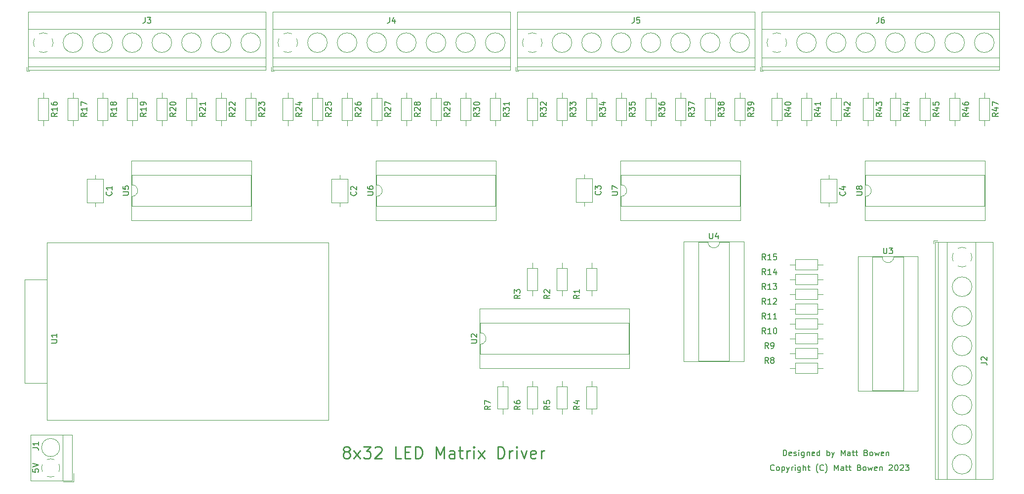
<source format=gto>
G04 #@! TF.GenerationSoftware,KiCad,Pcbnew,(5.1.10)-1*
G04 #@! TF.CreationDate,2023-10-25T11:46:50-04:00*
G04 #@! TF.ProjectId,LED_Matrix_Driver,4c45445f-4d61-4747-9269-785f44726976,rev?*
G04 #@! TF.SameCoordinates,Original*
G04 #@! TF.FileFunction,Legend,Top*
G04 #@! TF.FilePolarity,Positive*
%FSLAX46Y46*%
G04 Gerber Fmt 4.6, Leading zero omitted, Abs format (unit mm)*
G04 Created by KiCad (PCBNEW (5.1.10)-1) date 2023-10-25 11:46:50*
%MOMM*%
%LPD*%
G01*
G04 APERTURE LIST*
%ADD10C,0.250000*%
%ADD11C,0.150000*%
%ADD12C,0.120000*%
%ADD13C,2.400000*%
%ADD14R,2.400000X2.400000*%
%ADD15O,1.400000X1.400000*%
%ADD16C,1.400000*%
%ADD17O,1.600000X1.600000*%
%ADD18R,1.600000X1.600000*%
%ADD19C,1.524000*%
%ADD20C,2.600000*%
%ADD21R,2.600000X2.600000*%
%ADD22C,1.600000*%
G04 APERTURE END LIST*
D10*
X172468095Y-88026904D02*
X172277619Y-87931666D01*
X172182380Y-87836428D01*
X172087142Y-87645952D01*
X172087142Y-87550714D01*
X172182380Y-87360238D01*
X172277619Y-87265000D01*
X172468095Y-87169761D01*
X172849047Y-87169761D01*
X173039523Y-87265000D01*
X173134761Y-87360238D01*
X173230000Y-87550714D01*
X173230000Y-87645952D01*
X173134761Y-87836428D01*
X173039523Y-87931666D01*
X172849047Y-88026904D01*
X172468095Y-88026904D01*
X172277619Y-88122142D01*
X172182380Y-88217380D01*
X172087142Y-88407857D01*
X172087142Y-88788809D01*
X172182380Y-88979285D01*
X172277619Y-89074523D01*
X172468095Y-89169761D01*
X172849047Y-89169761D01*
X173039523Y-89074523D01*
X173134761Y-88979285D01*
X173230000Y-88788809D01*
X173230000Y-88407857D01*
X173134761Y-88217380D01*
X173039523Y-88122142D01*
X172849047Y-88026904D01*
X173896666Y-89169761D02*
X174944285Y-87836428D01*
X173896666Y-87836428D02*
X174944285Y-89169761D01*
X175515714Y-87169761D02*
X176753809Y-87169761D01*
X176087142Y-87931666D01*
X176372857Y-87931666D01*
X176563333Y-88026904D01*
X176658571Y-88122142D01*
X176753809Y-88312619D01*
X176753809Y-88788809D01*
X176658571Y-88979285D01*
X176563333Y-89074523D01*
X176372857Y-89169761D01*
X175801428Y-89169761D01*
X175610952Y-89074523D01*
X175515714Y-88979285D01*
X177515714Y-87360238D02*
X177610952Y-87265000D01*
X177801428Y-87169761D01*
X178277619Y-87169761D01*
X178468095Y-87265000D01*
X178563333Y-87360238D01*
X178658571Y-87550714D01*
X178658571Y-87741190D01*
X178563333Y-88026904D01*
X177420476Y-89169761D01*
X178658571Y-89169761D01*
X181991904Y-89169761D02*
X181039523Y-89169761D01*
X181039523Y-87169761D01*
X182658571Y-88122142D02*
X183325238Y-88122142D01*
X183610952Y-89169761D02*
X182658571Y-89169761D01*
X182658571Y-87169761D01*
X183610952Y-87169761D01*
X184468095Y-89169761D02*
X184468095Y-87169761D01*
X184944285Y-87169761D01*
X185230000Y-87265000D01*
X185420476Y-87455476D01*
X185515714Y-87645952D01*
X185610952Y-88026904D01*
X185610952Y-88312619D01*
X185515714Y-88693571D01*
X185420476Y-88884047D01*
X185230000Y-89074523D01*
X184944285Y-89169761D01*
X184468095Y-89169761D01*
X187991904Y-89169761D02*
X187991904Y-87169761D01*
X188658571Y-88598333D01*
X189325238Y-87169761D01*
X189325238Y-89169761D01*
X191134761Y-89169761D02*
X191134761Y-88122142D01*
X191039523Y-87931666D01*
X190849047Y-87836428D01*
X190468095Y-87836428D01*
X190277619Y-87931666D01*
X191134761Y-89074523D02*
X190944285Y-89169761D01*
X190468095Y-89169761D01*
X190277619Y-89074523D01*
X190182380Y-88884047D01*
X190182380Y-88693571D01*
X190277619Y-88503095D01*
X190468095Y-88407857D01*
X190944285Y-88407857D01*
X191134761Y-88312619D01*
X191801428Y-87836428D02*
X192563333Y-87836428D01*
X192087142Y-87169761D02*
X192087142Y-88884047D01*
X192182380Y-89074523D01*
X192372857Y-89169761D01*
X192563333Y-89169761D01*
X193230000Y-89169761D02*
X193230000Y-87836428D01*
X193230000Y-88217380D02*
X193325238Y-88026904D01*
X193420476Y-87931666D01*
X193610952Y-87836428D01*
X193801428Y-87836428D01*
X194468095Y-89169761D02*
X194468095Y-87836428D01*
X194468095Y-87169761D02*
X194372857Y-87265000D01*
X194468095Y-87360238D01*
X194563333Y-87265000D01*
X194468095Y-87169761D01*
X194468095Y-87360238D01*
X195230000Y-89169761D02*
X196277619Y-87836428D01*
X195230000Y-87836428D02*
X196277619Y-89169761D01*
X198563333Y-89169761D02*
X198563333Y-87169761D01*
X199039523Y-87169761D01*
X199325238Y-87265000D01*
X199515714Y-87455476D01*
X199610952Y-87645952D01*
X199706190Y-88026904D01*
X199706190Y-88312619D01*
X199610952Y-88693571D01*
X199515714Y-88884047D01*
X199325238Y-89074523D01*
X199039523Y-89169761D01*
X198563333Y-89169761D01*
X200563333Y-89169761D02*
X200563333Y-87836428D01*
X200563333Y-88217380D02*
X200658571Y-88026904D01*
X200753809Y-87931666D01*
X200944285Y-87836428D01*
X201134761Y-87836428D01*
X201801428Y-89169761D02*
X201801428Y-87836428D01*
X201801428Y-87169761D02*
X201706190Y-87265000D01*
X201801428Y-87360238D01*
X201896666Y-87265000D01*
X201801428Y-87169761D01*
X201801428Y-87360238D01*
X202563333Y-87836428D02*
X203039523Y-89169761D01*
X203515714Y-87836428D01*
X205039523Y-89074523D02*
X204849047Y-89169761D01*
X204468095Y-89169761D01*
X204277619Y-89074523D01*
X204182380Y-88884047D01*
X204182380Y-88122142D01*
X204277619Y-87931666D01*
X204468095Y-87836428D01*
X204849047Y-87836428D01*
X205039523Y-87931666D01*
X205134761Y-88122142D01*
X205134761Y-88312619D01*
X204182380Y-88503095D01*
X205991904Y-89169761D02*
X205991904Y-87836428D01*
X205991904Y-88217380D02*
X206087142Y-88026904D01*
X206182380Y-87931666D01*
X206372857Y-87836428D01*
X206563333Y-87836428D01*
D11*
X245913095Y-91162142D02*
X245865476Y-91209761D01*
X245722619Y-91257380D01*
X245627380Y-91257380D01*
X245484523Y-91209761D01*
X245389285Y-91114523D01*
X245341666Y-91019285D01*
X245294047Y-90828809D01*
X245294047Y-90685952D01*
X245341666Y-90495476D01*
X245389285Y-90400238D01*
X245484523Y-90305000D01*
X245627380Y-90257380D01*
X245722619Y-90257380D01*
X245865476Y-90305000D01*
X245913095Y-90352619D01*
X246484523Y-91257380D02*
X246389285Y-91209761D01*
X246341666Y-91162142D01*
X246294047Y-91066904D01*
X246294047Y-90781190D01*
X246341666Y-90685952D01*
X246389285Y-90638333D01*
X246484523Y-90590714D01*
X246627380Y-90590714D01*
X246722619Y-90638333D01*
X246770238Y-90685952D01*
X246817857Y-90781190D01*
X246817857Y-91066904D01*
X246770238Y-91162142D01*
X246722619Y-91209761D01*
X246627380Y-91257380D01*
X246484523Y-91257380D01*
X247246428Y-90590714D02*
X247246428Y-91590714D01*
X247246428Y-90638333D02*
X247341666Y-90590714D01*
X247532142Y-90590714D01*
X247627380Y-90638333D01*
X247675000Y-90685952D01*
X247722619Y-90781190D01*
X247722619Y-91066904D01*
X247675000Y-91162142D01*
X247627380Y-91209761D01*
X247532142Y-91257380D01*
X247341666Y-91257380D01*
X247246428Y-91209761D01*
X248055952Y-90590714D02*
X248294047Y-91257380D01*
X248532142Y-90590714D02*
X248294047Y-91257380D01*
X248198809Y-91495476D01*
X248151190Y-91543095D01*
X248055952Y-91590714D01*
X248913095Y-91257380D02*
X248913095Y-90590714D01*
X248913095Y-90781190D02*
X248960714Y-90685952D01*
X249008333Y-90638333D01*
X249103571Y-90590714D01*
X249198809Y-90590714D01*
X249532142Y-91257380D02*
X249532142Y-90590714D01*
X249532142Y-90257380D02*
X249484523Y-90305000D01*
X249532142Y-90352619D01*
X249579761Y-90305000D01*
X249532142Y-90257380D01*
X249532142Y-90352619D01*
X250436904Y-90590714D02*
X250436904Y-91400238D01*
X250389285Y-91495476D01*
X250341666Y-91543095D01*
X250246428Y-91590714D01*
X250103571Y-91590714D01*
X250008333Y-91543095D01*
X250436904Y-91209761D02*
X250341666Y-91257380D01*
X250151190Y-91257380D01*
X250055952Y-91209761D01*
X250008333Y-91162142D01*
X249960714Y-91066904D01*
X249960714Y-90781190D01*
X250008333Y-90685952D01*
X250055952Y-90638333D01*
X250151190Y-90590714D01*
X250341666Y-90590714D01*
X250436904Y-90638333D01*
X250913095Y-91257380D02*
X250913095Y-90257380D01*
X251341666Y-91257380D02*
X251341666Y-90733571D01*
X251294047Y-90638333D01*
X251198809Y-90590714D01*
X251055952Y-90590714D01*
X250960714Y-90638333D01*
X250913095Y-90685952D01*
X251675000Y-90590714D02*
X252055952Y-90590714D01*
X251817857Y-90257380D02*
X251817857Y-91114523D01*
X251865476Y-91209761D01*
X251960714Y-91257380D01*
X252055952Y-91257380D01*
X253436904Y-91638333D02*
X253389285Y-91590714D01*
X253294047Y-91447857D01*
X253246428Y-91352619D01*
X253198809Y-91209761D01*
X253151190Y-90971666D01*
X253151190Y-90781190D01*
X253198809Y-90543095D01*
X253246428Y-90400238D01*
X253294047Y-90305000D01*
X253389285Y-90162142D01*
X253436904Y-90114523D01*
X254389285Y-91162142D02*
X254341666Y-91209761D01*
X254198809Y-91257380D01*
X254103571Y-91257380D01*
X253960714Y-91209761D01*
X253865476Y-91114523D01*
X253817857Y-91019285D01*
X253770238Y-90828809D01*
X253770238Y-90685952D01*
X253817857Y-90495476D01*
X253865476Y-90400238D01*
X253960714Y-90305000D01*
X254103571Y-90257380D01*
X254198809Y-90257380D01*
X254341666Y-90305000D01*
X254389285Y-90352619D01*
X254722619Y-91638333D02*
X254770238Y-91590714D01*
X254865476Y-91447857D01*
X254913095Y-91352619D01*
X254960714Y-91209761D01*
X255008333Y-90971666D01*
X255008333Y-90781190D01*
X254960714Y-90543095D01*
X254913095Y-90400238D01*
X254865476Y-90305000D01*
X254770238Y-90162142D01*
X254722619Y-90114523D01*
X256246428Y-91257380D02*
X256246428Y-90257380D01*
X256579761Y-90971666D01*
X256913095Y-90257380D01*
X256913095Y-91257380D01*
X257817857Y-91257380D02*
X257817857Y-90733571D01*
X257770238Y-90638333D01*
X257675000Y-90590714D01*
X257484523Y-90590714D01*
X257389285Y-90638333D01*
X257817857Y-91209761D02*
X257722619Y-91257380D01*
X257484523Y-91257380D01*
X257389285Y-91209761D01*
X257341666Y-91114523D01*
X257341666Y-91019285D01*
X257389285Y-90924047D01*
X257484523Y-90876428D01*
X257722619Y-90876428D01*
X257817857Y-90828809D01*
X258151190Y-90590714D02*
X258532142Y-90590714D01*
X258294047Y-90257380D02*
X258294047Y-91114523D01*
X258341666Y-91209761D01*
X258436904Y-91257380D01*
X258532142Y-91257380D01*
X258722619Y-90590714D02*
X259103571Y-90590714D01*
X258865476Y-90257380D02*
X258865476Y-91114523D01*
X258913095Y-91209761D01*
X259008333Y-91257380D01*
X259103571Y-91257380D01*
X260532142Y-90733571D02*
X260675000Y-90781190D01*
X260722619Y-90828809D01*
X260770238Y-90924047D01*
X260770238Y-91066904D01*
X260722619Y-91162142D01*
X260675000Y-91209761D01*
X260579761Y-91257380D01*
X260198809Y-91257380D01*
X260198809Y-90257380D01*
X260532142Y-90257380D01*
X260627380Y-90305000D01*
X260675000Y-90352619D01*
X260722619Y-90447857D01*
X260722619Y-90543095D01*
X260675000Y-90638333D01*
X260627380Y-90685952D01*
X260532142Y-90733571D01*
X260198809Y-90733571D01*
X261341666Y-91257380D02*
X261246428Y-91209761D01*
X261198809Y-91162142D01*
X261151190Y-91066904D01*
X261151190Y-90781190D01*
X261198809Y-90685952D01*
X261246428Y-90638333D01*
X261341666Y-90590714D01*
X261484523Y-90590714D01*
X261579761Y-90638333D01*
X261627380Y-90685952D01*
X261675000Y-90781190D01*
X261675000Y-91066904D01*
X261627380Y-91162142D01*
X261579761Y-91209761D01*
X261484523Y-91257380D01*
X261341666Y-91257380D01*
X262008333Y-90590714D02*
X262198809Y-91257380D01*
X262389285Y-90781190D01*
X262579761Y-91257380D01*
X262770238Y-90590714D01*
X263532142Y-91209761D02*
X263436904Y-91257380D01*
X263246428Y-91257380D01*
X263151190Y-91209761D01*
X263103571Y-91114523D01*
X263103571Y-90733571D01*
X263151190Y-90638333D01*
X263246428Y-90590714D01*
X263436904Y-90590714D01*
X263532142Y-90638333D01*
X263579761Y-90733571D01*
X263579761Y-90828809D01*
X263103571Y-90924047D01*
X264008333Y-90590714D02*
X264008333Y-91257380D01*
X264008333Y-90685952D02*
X264055952Y-90638333D01*
X264151190Y-90590714D01*
X264294047Y-90590714D01*
X264389285Y-90638333D01*
X264436904Y-90733571D01*
X264436904Y-91257380D01*
X265627380Y-90352619D02*
X265675000Y-90305000D01*
X265770238Y-90257380D01*
X266008333Y-90257380D01*
X266103571Y-90305000D01*
X266151190Y-90352619D01*
X266198809Y-90447857D01*
X266198809Y-90543095D01*
X266151190Y-90685952D01*
X265579761Y-91257380D01*
X266198809Y-91257380D01*
X266817857Y-90257380D02*
X266913095Y-90257380D01*
X267008333Y-90305000D01*
X267055952Y-90352619D01*
X267103571Y-90447857D01*
X267151190Y-90638333D01*
X267151190Y-90876428D01*
X267103571Y-91066904D01*
X267055952Y-91162142D01*
X267008333Y-91209761D01*
X266913095Y-91257380D01*
X266817857Y-91257380D01*
X266722619Y-91209761D01*
X266675000Y-91162142D01*
X266627380Y-91066904D01*
X266579761Y-90876428D01*
X266579761Y-90638333D01*
X266627380Y-90447857D01*
X266675000Y-90352619D01*
X266722619Y-90305000D01*
X266817857Y-90257380D01*
X267532142Y-90352619D02*
X267579761Y-90305000D01*
X267675000Y-90257380D01*
X267913095Y-90257380D01*
X268008333Y-90305000D01*
X268055952Y-90352619D01*
X268103571Y-90447857D01*
X268103571Y-90543095D01*
X268055952Y-90685952D01*
X267484523Y-91257380D01*
X268103571Y-91257380D01*
X268436904Y-90257380D02*
X269055952Y-90257380D01*
X268722619Y-90638333D01*
X268865476Y-90638333D01*
X268960714Y-90685952D01*
X269008333Y-90733571D01*
X269055952Y-90828809D01*
X269055952Y-91066904D01*
X269008333Y-91162142D01*
X268960714Y-91209761D01*
X268865476Y-91257380D01*
X268579761Y-91257380D01*
X268484523Y-91209761D01*
X268436904Y-91162142D01*
X118832380Y-90995476D02*
X118832380Y-91471666D01*
X119308571Y-91519285D01*
X119260952Y-91471666D01*
X119213333Y-91376428D01*
X119213333Y-91138333D01*
X119260952Y-91043095D01*
X119308571Y-90995476D01*
X119403809Y-90947857D01*
X119641904Y-90947857D01*
X119737142Y-90995476D01*
X119784761Y-91043095D01*
X119832380Y-91138333D01*
X119832380Y-91376428D01*
X119784761Y-91471666D01*
X119737142Y-91519285D01*
X118832380Y-90662142D02*
X119832380Y-90328809D01*
X118832380Y-89995476D01*
X247492380Y-88717380D02*
X247492380Y-87717380D01*
X247730476Y-87717380D01*
X247873333Y-87765000D01*
X247968571Y-87860238D01*
X248016190Y-87955476D01*
X248063809Y-88145952D01*
X248063809Y-88288809D01*
X248016190Y-88479285D01*
X247968571Y-88574523D01*
X247873333Y-88669761D01*
X247730476Y-88717380D01*
X247492380Y-88717380D01*
X248873333Y-88669761D02*
X248778095Y-88717380D01*
X248587619Y-88717380D01*
X248492380Y-88669761D01*
X248444761Y-88574523D01*
X248444761Y-88193571D01*
X248492380Y-88098333D01*
X248587619Y-88050714D01*
X248778095Y-88050714D01*
X248873333Y-88098333D01*
X248920952Y-88193571D01*
X248920952Y-88288809D01*
X248444761Y-88384047D01*
X249301904Y-88669761D02*
X249397142Y-88717380D01*
X249587619Y-88717380D01*
X249682857Y-88669761D01*
X249730476Y-88574523D01*
X249730476Y-88526904D01*
X249682857Y-88431666D01*
X249587619Y-88384047D01*
X249444761Y-88384047D01*
X249349523Y-88336428D01*
X249301904Y-88241190D01*
X249301904Y-88193571D01*
X249349523Y-88098333D01*
X249444761Y-88050714D01*
X249587619Y-88050714D01*
X249682857Y-88098333D01*
X250159047Y-88717380D02*
X250159047Y-88050714D01*
X250159047Y-87717380D02*
X250111428Y-87765000D01*
X250159047Y-87812619D01*
X250206666Y-87765000D01*
X250159047Y-87717380D01*
X250159047Y-87812619D01*
X251063809Y-88050714D02*
X251063809Y-88860238D01*
X251016190Y-88955476D01*
X250968571Y-89003095D01*
X250873333Y-89050714D01*
X250730476Y-89050714D01*
X250635238Y-89003095D01*
X251063809Y-88669761D02*
X250968571Y-88717380D01*
X250778095Y-88717380D01*
X250682857Y-88669761D01*
X250635238Y-88622142D01*
X250587619Y-88526904D01*
X250587619Y-88241190D01*
X250635238Y-88145952D01*
X250682857Y-88098333D01*
X250778095Y-88050714D01*
X250968571Y-88050714D01*
X251063809Y-88098333D01*
X251540000Y-88050714D02*
X251540000Y-88717380D01*
X251540000Y-88145952D02*
X251587619Y-88098333D01*
X251682857Y-88050714D01*
X251825714Y-88050714D01*
X251920952Y-88098333D01*
X251968571Y-88193571D01*
X251968571Y-88717380D01*
X252825714Y-88669761D02*
X252730476Y-88717380D01*
X252540000Y-88717380D01*
X252444761Y-88669761D01*
X252397142Y-88574523D01*
X252397142Y-88193571D01*
X252444761Y-88098333D01*
X252540000Y-88050714D01*
X252730476Y-88050714D01*
X252825714Y-88098333D01*
X252873333Y-88193571D01*
X252873333Y-88288809D01*
X252397142Y-88384047D01*
X253730476Y-88717380D02*
X253730476Y-87717380D01*
X253730476Y-88669761D02*
X253635238Y-88717380D01*
X253444761Y-88717380D01*
X253349523Y-88669761D01*
X253301904Y-88622142D01*
X253254285Y-88526904D01*
X253254285Y-88241190D01*
X253301904Y-88145952D01*
X253349523Y-88098333D01*
X253444761Y-88050714D01*
X253635238Y-88050714D01*
X253730476Y-88098333D01*
X254968571Y-88717380D02*
X254968571Y-87717380D01*
X254968571Y-88098333D02*
X255063809Y-88050714D01*
X255254285Y-88050714D01*
X255349523Y-88098333D01*
X255397142Y-88145952D01*
X255444761Y-88241190D01*
X255444761Y-88526904D01*
X255397142Y-88622142D01*
X255349523Y-88669761D01*
X255254285Y-88717380D01*
X255063809Y-88717380D01*
X254968571Y-88669761D01*
X255778095Y-88050714D02*
X256016190Y-88717380D01*
X256254285Y-88050714D02*
X256016190Y-88717380D01*
X255920952Y-88955476D01*
X255873333Y-89003095D01*
X255778095Y-89050714D01*
X257397142Y-88717380D02*
X257397142Y-87717380D01*
X257730476Y-88431666D01*
X258063809Y-87717380D01*
X258063809Y-88717380D01*
X258968571Y-88717380D02*
X258968571Y-88193571D01*
X258920952Y-88098333D01*
X258825714Y-88050714D01*
X258635238Y-88050714D01*
X258540000Y-88098333D01*
X258968571Y-88669761D02*
X258873333Y-88717380D01*
X258635238Y-88717380D01*
X258540000Y-88669761D01*
X258492380Y-88574523D01*
X258492380Y-88479285D01*
X258540000Y-88384047D01*
X258635238Y-88336428D01*
X258873333Y-88336428D01*
X258968571Y-88288809D01*
X259301904Y-88050714D02*
X259682857Y-88050714D01*
X259444761Y-87717380D02*
X259444761Y-88574523D01*
X259492380Y-88669761D01*
X259587619Y-88717380D01*
X259682857Y-88717380D01*
X259873333Y-88050714D02*
X260254285Y-88050714D01*
X260016190Y-87717380D02*
X260016190Y-88574523D01*
X260063809Y-88669761D01*
X260159047Y-88717380D01*
X260254285Y-88717380D01*
X261682857Y-88193571D02*
X261825714Y-88241190D01*
X261873333Y-88288809D01*
X261920952Y-88384047D01*
X261920952Y-88526904D01*
X261873333Y-88622142D01*
X261825714Y-88669761D01*
X261730476Y-88717380D01*
X261349523Y-88717380D01*
X261349523Y-87717380D01*
X261682857Y-87717380D01*
X261778095Y-87765000D01*
X261825714Y-87812619D01*
X261873333Y-87907857D01*
X261873333Y-88003095D01*
X261825714Y-88098333D01*
X261778095Y-88145952D01*
X261682857Y-88193571D01*
X261349523Y-88193571D01*
X262492380Y-88717380D02*
X262397142Y-88669761D01*
X262349523Y-88622142D01*
X262301904Y-88526904D01*
X262301904Y-88241190D01*
X262349523Y-88145952D01*
X262397142Y-88098333D01*
X262492380Y-88050714D01*
X262635238Y-88050714D01*
X262730476Y-88098333D01*
X262778095Y-88145952D01*
X262825714Y-88241190D01*
X262825714Y-88526904D01*
X262778095Y-88622142D01*
X262730476Y-88669761D01*
X262635238Y-88717380D01*
X262492380Y-88717380D01*
X263159047Y-88050714D02*
X263349523Y-88717380D01*
X263540000Y-88241190D01*
X263730476Y-88717380D01*
X263920952Y-88050714D01*
X264682857Y-88669761D02*
X264587619Y-88717380D01*
X264397142Y-88717380D01*
X264301904Y-88669761D01*
X264254285Y-88574523D01*
X264254285Y-88193571D01*
X264301904Y-88098333D01*
X264397142Y-88050714D01*
X264587619Y-88050714D01*
X264682857Y-88098333D01*
X264730476Y-88193571D01*
X264730476Y-88288809D01*
X264254285Y-88384047D01*
X265159047Y-88050714D02*
X265159047Y-88717380D01*
X265159047Y-88145952D02*
X265206666Y-88098333D01*
X265301904Y-88050714D01*
X265444761Y-88050714D01*
X265540000Y-88098333D01*
X265587619Y-88193571D01*
X265587619Y-88717380D01*
D12*
X125820000Y-93205000D02*
X125820000Y-91705000D01*
X124080000Y-93205000D02*
X125820000Y-93205000D01*
X118460000Y-85145000D02*
X125580000Y-85145000D01*
X118460000Y-92965000D02*
X125580000Y-92965000D01*
X125580000Y-92965000D02*
X125580000Y-85145000D01*
X118460000Y-92965000D02*
X118460000Y-85145000D01*
X124020000Y-92965000D02*
X124020000Y-85145000D01*
X123475000Y-87305000D02*
G75*
G03*
X123475000Y-87305000I-1555000J0D01*
G01*
X123475492Y-90777989D02*
G75*
G02*
X123352000Y-91413000I-1555492J-27011D01*
G01*
X122527742Y-92237109D02*
G75*
G02*
X121312000Y-92237000I-607742J1432109D01*
G01*
X120487891Y-91412742D02*
G75*
G02*
X120488000Y-90197000I1432109J607742D01*
G01*
X121312258Y-89372891D02*
G75*
G02*
X122528000Y-89373000I607742J-1432109D01*
G01*
X123351385Y-90197413D02*
G75*
G02*
X123475000Y-90805000I-1431385J-607587D01*
G01*
X281940000Y-32080000D02*
X281940000Y-31130000D01*
X281940000Y-26340000D02*
X281940000Y-27290000D01*
X282860000Y-31130000D02*
X282860000Y-27290000D01*
X281020000Y-31130000D02*
X282860000Y-31130000D01*
X281020000Y-27290000D02*
X281020000Y-31130000D01*
X282860000Y-27290000D02*
X281020000Y-27290000D01*
X276860000Y-32080000D02*
X276860000Y-31130000D01*
X276860000Y-26340000D02*
X276860000Y-27290000D01*
X277780000Y-31130000D02*
X277780000Y-27290000D01*
X275940000Y-31130000D02*
X277780000Y-31130000D01*
X275940000Y-27290000D02*
X275940000Y-31130000D01*
X277780000Y-27290000D02*
X275940000Y-27290000D01*
X271780000Y-32080000D02*
X271780000Y-31130000D01*
X271780000Y-26340000D02*
X271780000Y-27290000D01*
X272700000Y-31130000D02*
X272700000Y-27290000D01*
X270860000Y-31130000D02*
X272700000Y-31130000D01*
X270860000Y-27290000D02*
X270860000Y-31130000D01*
X272700000Y-27290000D02*
X270860000Y-27290000D01*
X266700000Y-32080000D02*
X266700000Y-31130000D01*
X266700000Y-26340000D02*
X266700000Y-27290000D01*
X267620000Y-31130000D02*
X267620000Y-27290000D01*
X265780000Y-31130000D02*
X267620000Y-31130000D01*
X265780000Y-27290000D02*
X265780000Y-31130000D01*
X267620000Y-27290000D02*
X265780000Y-27290000D01*
X262030000Y-32080000D02*
X262030000Y-31130000D01*
X262030000Y-26340000D02*
X262030000Y-27290000D01*
X262950000Y-31130000D02*
X262950000Y-27290000D01*
X261110000Y-31130000D02*
X262950000Y-31130000D01*
X261110000Y-27290000D02*
X261110000Y-31130000D01*
X262950000Y-27290000D02*
X261110000Y-27290000D01*
X256540000Y-32080000D02*
X256540000Y-31130000D01*
X256540000Y-26340000D02*
X256540000Y-27290000D01*
X257460000Y-31130000D02*
X257460000Y-27290000D01*
X255620000Y-31130000D02*
X257460000Y-31130000D01*
X255620000Y-27290000D02*
X255620000Y-31130000D01*
X257460000Y-27290000D02*
X255620000Y-27290000D01*
X251460000Y-32080000D02*
X251460000Y-31130000D01*
X251460000Y-26340000D02*
X251460000Y-27290000D01*
X252380000Y-31130000D02*
X252380000Y-27290000D01*
X250540000Y-31130000D02*
X252380000Y-31130000D01*
X250540000Y-27290000D02*
X250540000Y-31130000D01*
X252380000Y-27290000D02*
X250540000Y-27290000D01*
X261560000Y-44180000D02*
X261560000Y-45830000D01*
X261560000Y-45830000D02*
X282000000Y-45830000D01*
X282000000Y-45830000D02*
X282000000Y-40530000D01*
X282000000Y-40530000D02*
X261560000Y-40530000D01*
X261560000Y-40530000D02*
X261560000Y-42180000D01*
X261500000Y-48320000D02*
X282060000Y-48320000D01*
X282060000Y-48320000D02*
X282060000Y-38040000D01*
X282060000Y-38040000D02*
X261500000Y-38040000D01*
X261500000Y-38040000D02*
X261500000Y-48320000D01*
X261560000Y-42180000D02*
G75*
G02*
X261560000Y-44180000I0J-1000000D01*
G01*
X219650000Y-44180000D02*
X219650000Y-45830000D01*
X219650000Y-45830000D02*
X240090000Y-45830000D01*
X240090000Y-45830000D02*
X240090000Y-40530000D01*
X240090000Y-40530000D02*
X219650000Y-40530000D01*
X219650000Y-40530000D02*
X219650000Y-42180000D01*
X219590000Y-48320000D02*
X240150000Y-48320000D01*
X240150000Y-48320000D02*
X240150000Y-38040000D01*
X240150000Y-38040000D02*
X219590000Y-38040000D01*
X219590000Y-38040000D02*
X219590000Y-48320000D01*
X219650000Y-42180000D02*
G75*
G02*
X219650000Y-44180000I0J-1000000D01*
G01*
X177740000Y-44180000D02*
X177740000Y-45830000D01*
X177740000Y-45830000D02*
X198180000Y-45830000D01*
X198180000Y-45830000D02*
X198180000Y-40530000D01*
X198180000Y-40530000D02*
X177740000Y-40530000D01*
X177740000Y-40530000D02*
X177740000Y-42180000D01*
X177680000Y-48320000D02*
X198240000Y-48320000D01*
X198240000Y-48320000D02*
X198240000Y-38040000D01*
X198240000Y-38040000D02*
X177680000Y-38040000D01*
X177680000Y-38040000D02*
X177680000Y-48320000D01*
X177740000Y-42180000D02*
G75*
G02*
X177740000Y-44180000I0J-1000000D01*
G01*
X135830000Y-44180000D02*
X135830000Y-45830000D01*
X135830000Y-45830000D02*
X156270000Y-45830000D01*
X156270000Y-45830000D02*
X156270000Y-40530000D01*
X156270000Y-40530000D02*
X135830000Y-40530000D01*
X135830000Y-40530000D02*
X135830000Y-42180000D01*
X135770000Y-48320000D02*
X156330000Y-48320000D01*
X156330000Y-48320000D02*
X156330000Y-38040000D01*
X156330000Y-38040000D02*
X135770000Y-38040000D01*
X135770000Y-38040000D02*
X135770000Y-48320000D01*
X135830000Y-42180000D02*
G75*
G02*
X135830000Y-44180000I0J-1000000D01*
G01*
X234585000Y-52010000D02*
X232935000Y-52010000D01*
X232935000Y-52010000D02*
X232935000Y-72450000D01*
X232935000Y-72450000D02*
X238235000Y-72450000D01*
X238235000Y-72450000D02*
X238235000Y-52010000D01*
X238235000Y-52010000D02*
X236585000Y-52010000D01*
X230445000Y-51950000D02*
X230445000Y-72510000D01*
X230445000Y-72510000D02*
X240725000Y-72510000D01*
X240725000Y-72510000D02*
X240725000Y-51950000D01*
X240725000Y-51950000D02*
X230445000Y-51950000D01*
X236585000Y-52010000D02*
G75*
G02*
X234585000Y-52010000I-1000000J0D01*
G01*
X264430000Y-54550000D02*
X262780000Y-54550000D01*
X262780000Y-54550000D02*
X262780000Y-77530000D01*
X262780000Y-77530000D02*
X268080000Y-77530000D01*
X268080000Y-77530000D02*
X268080000Y-54550000D01*
X268080000Y-54550000D02*
X266430000Y-54550000D01*
X260290000Y-54490000D02*
X260290000Y-77590000D01*
X260290000Y-77590000D02*
X270570000Y-77590000D01*
X270570000Y-77590000D02*
X270570000Y-54490000D01*
X270570000Y-54490000D02*
X260290000Y-54490000D01*
X266430000Y-54550000D02*
G75*
G02*
X264430000Y-54550000I-1000000J0D01*
G01*
X195520000Y-69580000D02*
X195520000Y-71230000D01*
X195520000Y-71230000D02*
X221040000Y-71230000D01*
X221040000Y-71230000D02*
X221040000Y-65930000D01*
X221040000Y-65930000D02*
X195520000Y-65930000D01*
X195520000Y-65930000D02*
X195520000Y-67580000D01*
X195460000Y-73720000D02*
X221100000Y-73720000D01*
X221100000Y-73720000D02*
X221100000Y-63440000D01*
X221100000Y-63440000D02*
X195460000Y-63440000D01*
X195460000Y-63440000D02*
X195460000Y-73720000D01*
X195520000Y-67580000D02*
G75*
G02*
X195520000Y-69580000I0J-1000000D01*
G01*
X121285000Y-82550000D02*
X121285000Y-52070000D01*
X121285000Y-52070000D02*
X169545000Y-52070000D01*
X169545000Y-52070000D02*
X169545000Y-82550000D01*
X169545000Y-82550000D02*
X121285000Y-82550000D01*
X121285000Y-76200000D02*
X117475000Y-76200000D01*
X117475000Y-76200000D02*
X117475000Y-59690000D01*
X117475000Y-58420000D02*
X121285000Y-58420000D01*
X117475000Y-59690000D02*
X117475000Y-58420000D01*
X247300000Y-27290000D02*
X245460000Y-27290000D01*
X245460000Y-27290000D02*
X245460000Y-31130000D01*
X245460000Y-31130000D02*
X247300000Y-31130000D01*
X247300000Y-31130000D02*
X247300000Y-27290000D01*
X246380000Y-26340000D02*
X246380000Y-27290000D01*
X246380000Y-32080000D02*
X246380000Y-31130000D01*
X240950000Y-27290000D02*
X239110000Y-27290000D01*
X239110000Y-27290000D02*
X239110000Y-31130000D01*
X239110000Y-31130000D02*
X240950000Y-31130000D01*
X240950000Y-31130000D02*
X240950000Y-27290000D01*
X240030000Y-26340000D02*
X240030000Y-27290000D01*
X240030000Y-32080000D02*
X240030000Y-31130000D01*
X235870000Y-27290000D02*
X234030000Y-27290000D01*
X234030000Y-27290000D02*
X234030000Y-31130000D01*
X234030000Y-31130000D02*
X235870000Y-31130000D01*
X235870000Y-31130000D02*
X235870000Y-27290000D01*
X234950000Y-26340000D02*
X234950000Y-27290000D01*
X234950000Y-32080000D02*
X234950000Y-31130000D01*
X230790000Y-27290000D02*
X228950000Y-27290000D01*
X228950000Y-27290000D02*
X228950000Y-31130000D01*
X228950000Y-31130000D02*
X230790000Y-31130000D01*
X230790000Y-31130000D02*
X230790000Y-27290000D01*
X229870000Y-26340000D02*
X229870000Y-27290000D01*
X229870000Y-32080000D02*
X229870000Y-31130000D01*
X225710000Y-27290000D02*
X223870000Y-27290000D01*
X223870000Y-27290000D02*
X223870000Y-31130000D01*
X223870000Y-31130000D02*
X225710000Y-31130000D01*
X225710000Y-31130000D02*
X225710000Y-27290000D01*
X224790000Y-26340000D02*
X224790000Y-27290000D01*
X224790000Y-32080000D02*
X224790000Y-31130000D01*
X220630000Y-27290000D02*
X218790000Y-27290000D01*
X218790000Y-27290000D02*
X218790000Y-31130000D01*
X218790000Y-31130000D02*
X220630000Y-31130000D01*
X220630000Y-31130000D02*
X220630000Y-27290000D01*
X219710000Y-26340000D02*
X219710000Y-27290000D01*
X219710000Y-32080000D02*
X219710000Y-31130000D01*
X215550000Y-27290000D02*
X213710000Y-27290000D01*
X213710000Y-27290000D02*
X213710000Y-31130000D01*
X213710000Y-31130000D02*
X215550000Y-31130000D01*
X215550000Y-31130000D02*
X215550000Y-27290000D01*
X214630000Y-26340000D02*
X214630000Y-27290000D01*
X214630000Y-32080000D02*
X214630000Y-31130000D01*
X210470000Y-27290000D02*
X208630000Y-27290000D01*
X208630000Y-27290000D02*
X208630000Y-31130000D01*
X208630000Y-31130000D02*
X210470000Y-31130000D01*
X210470000Y-31130000D02*
X210470000Y-27290000D01*
X209550000Y-26340000D02*
X209550000Y-27290000D01*
X209550000Y-32080000D02*
X209550000Y-31130000D01*
X205390000Y-27290000D02*
X203550000Y-27290000D01*
X203550000Y-27290000D02*
X203550000Y-31130000D01*
X203550000Y-31130000D02*
X205390000Y-31130000D01*
X205390000Y-31130000D02*
X205390000Y-27290000D01*
X204470000Y-26340000D02*
X204470000Y-27290000D01*
X204470000Y-32080000D02*
X204470000Y-31130000D01*
X199040000Y-27290000D02*
X197200000Y-27290000D01*
X197200000Y-27290000D02*
X197200000Y-31130000D01*
X197200000Y-31130000D02*
X199040000Y-31130000D01*
X199040000Y-31130000D02*
X199040000Y-27290000D01*
X198120000Y-26340000D02*
X198120000Y-27290000D01*
X198120000Y-32080000D02*
X198120000Y-31130000D01*
X193960000Y-27290000D02*
X192120000Y-27290000D01*
X192120000Y-27290000D02*
X192120000Y-31130000D01*
X192120000Y-31130000D02*
X193960000Y-31130000D01*
X193960000Y-31130000D02*
X193960000Y-27290000D01*
X193040000Y-26340000D02*
X193040000Y-27290000D01*
X193040000Y-32080000D02*
X193040000Y-31130000D01*
X188880000Y-27290000D02*
X187040000Y-27290000D01*
X187040000Y-27290000D02*
X187040000Y-31130000D01*
X187040000Y-31130000D02*
X188880000Y-31130000D01*
X188880000Y-31130000D02*
X188880000Y-27290000D01*
X187960000Y-26340000D02*
X187960000Y-27290000D01*
X187960000Y-32080000D02*
X187960000Y-31130000D01*
X183800000Y-27290000D02*
X181960000Y-27290000D01*
X181960000Y-27290000D02*
X181960000Y-31130000D01*
X181960000Y-31130000D02*
X183800000Y-31130000D01*
X183800000Y-31130000D02*
X183800000Y-27290000D01*
X182880000Y-26340000D02*
X182880000Y-27290000D01*
X182880000Y-32080000D02*
X182880000Y-31130000D01*
X178720000Y-27290000D02*
X176880000Y-27290000D01*
X176880000Y-27290000D02*
X176880000Y-31130000D01*
X176880000Y-31130000D02*
X178720000Y-31130000D01*
X178720000Y-31130000D02*
X178720000Y-27290000D01*
X177800000Y-26340000D02*
X177800000Y-27290000D01*
X177800000Y-32080000D02*
X177800000Y-31130000D01*
X173640000Y-27290000D02*
X171800000Y-27290000D01*
X171800000Y-27290000D02*
X171800000Y-31130000D01*
X171800000Y-31130000D02*
X173640000Y-31130000D01*
X173640000Y-31130000D02*
X173640000Y-27290000D01*
X172720000Y-26340000D02*
X172720000Y-27290000D01*
X172720000Y-32080000D02*
X172720000Y-31130000D01*
X168560000Y-27290000D02*
X166720000Y-27290000D01*
X166720000Y-27290000D02*
X166720000Y-31130000D01*
X166720000Y-31130000D02*
X168560000Y-31130000D01*
X168560000Y-31130000D02*
X168560000Y-27290000D01*
X167640000Y-26340000D02*
X167640000Y-27290000D01*
X167640000Y-32080000D02*
X167640000Y-31130000D01*
X163480000Y-27290000D02*
X161640000Y-27290000D01*
X161640000Y-27290000D02*
X161640000Y-31130000D01*
X161640000Y-31130000D02*
X163480000Y-31130000D01*
X163480000Y-31130000D02*
X163480000Y-27290000D01*
X162560000Y-26340000D02*
X162560000Y-27290000D01*
X162560000Y-32080000D02*
X162560000Y-31130000D01*
X157130000Y-27290000D02*
X155290000Y-27290000D01*
X155290000Y-27290000D02*
X155290000Y-31130000D01*
X155290000Y-31130000D02*
X157130000Y-31130000D01*
X157130000Y-31130000D02*
X157130000Y-27290000D01*
X156210000Y-26340000D02*
X156210000Y-27290000D01*
X156210000Y-32080000D02*
X156210000Y-31130000D01*
X152050000Y-27290000D02*
X150210000Y-27290000D01*
X150210000Y-27290000D02*
X150210000Y-31130000D01*
X150210000Y-31130000D02*
X152050000Y-31130000D01*
X152050000Y-31130000D02*
X152050000Y-27290000D01*
X151130000Y-26340000D02*
X151130000Y-27290000D01*
X151130000Y-32080000D02*
X151130000Y-31130000D01*
X146970000Y-27290000D02*
X145130000Y-27290000D01*
X145130000Y-27290000D02*
X145130000Y-31130000D01*
X145130000Y-31130000D02*
X146970000Y-31130000D01*
X146970000Y-31130000D02*
X146970000Y-27290000D01*
X146050000Y-26340000D02*
X146050000Y-27290000D01*
X146050000Y-32080000D02*
X146050000Y-31130000D01*
X141890000Y-27290000D02*
X140050000Y-27290000D01*
X140050000Y-27290000D02*
X140050000Y-31130000D01*
X140050000Y-31130000D02*
X141890000Y-31130000D01*
X141890000Y-31130000D02*
X141890000Y-27290000D01*
X140970000Y-26340000D02*
X140970000Y-27290000D01*
X140970000Y-32080000D02*
X140970000Y-31130000D01*
X136810000Y-27290000D02*
X134970000Y-27290000D01*
X134970000Y-27290000D02*
X134970000Y-31130000D01*
X134970000Y-31130000D02*
X136810000Y-31130000D01*
X136810000Y-31130000D02*
X136810000Y-27290000D01*
X135890000Y-26340000D02*
X135890000Y-27290000D01*
X135890000Y-32080000D02*
X135890000Y-31130000D01*
X131730000Y-27290000D02*
X129890000Y-27290000D01*
X129890000Y-27290000D02*
X129890000Y-31130000D01*
X129890000Y-31130000D02*
X131730000Y-31130000D01*
X131730000Y-31130000D02*
X131730000Y-27290000D01*
X130810000Y-26340000D02*
X130810000Y-27290000D01*
X130810000Y-32080000D02*
X130810000Y-31130000D01*
X126650000Y-27290000D02*
X124810000Y-27290000D01*
X124810000Y-27290000D02*
X124810000Y-31130000D01*
X124810000Y-31130000D02*
X126650000Y-31130000D01*
X126650000Y-31130000D02*
X126650000Y-27290000D01*
X125730000Y-26340000D02*
X125730000Y-27290000D01*
X125730000Y-32080000D02*
X125730000Y-31130000D01*
X121570000Y-27290000D02*
X119730000Y-27290000D01*
X119730000Y-27290000D02*
X119730000Y-31130000D01*
X119730000Y-31130000D02*
X121570000Y-31130000D01*
X121570000Y-31130000D02*
X121570000Y-27290000D01*
X120650000Y-26340000D02*
X120650000Y-27290000D01*
X120650000Y-32080000D02*
X120650000Y-31130000D01*
X253380000Y-56800000D02*
X253380000Y-54960000D01*
X253380000Y-54960000D02*
X249540000Y-54960000D01*
X249540000Y-54960000D02*
X249540000Y-56800000D01*
X249540000Y-56800000D02*
X253380000Y-56800000D01*
X254330000Y-55880000D02*
X253380000Y-55880000D01*
X248590000Y-55880000D02*
X249540000Y-55880000D01*
X253380000Y-59340000D02*
X253380000Y-57500000D01*
X253380000Y-57500000D02*
X249540000Y-57500000D01*
X249540000Y-57500000D02*
X249540000Y-59340000D01*
X249540000Y-59340000D02*
X253380000Y-59340000D01*
X254330000Y-58420000D02*
X253380000Y-58420000D01*
X248590000Y-58420000D02*
X249540000Y-58420000D01*
X253380000Y-61880000D02*
X253380000Y-60040000D01*
X253380000Y-60040000D02*
X249540000Y-60040000D01*
X249540000Y-60040000D02*
X249540000Y-61880000D01*
X249540000Y-61880000D02*
X253380000Y-61880000D01*
X254330000Y-60960000D02*
X253380000Y-60960000D01*
X248590000Y-60960000D02*
X249540000Y-60960000D01*
X253380000Y-64420000D02*
X253380000Y-62580000D01*
X253380000Y-62580000D02*
X249540000Y-62580000D01*
X249540000Y-62580000D02*
X249540000Y-64420000D01*
X249540000Y-64420000D02*
X253380000Y-64420000D01*
X254330000Y-63500000D02*
X253380000Y-63500000D01*
X248590000Y-63500000D02*
X249540000Y-63500000D01*
X253380000Y-66960000D02*
X253380000Y-65120000D01*
X253380000Y-65120000D02*
X249540000Y-65120000D01*
X249540000Y-65120000D02*
X249540000Y-66960000D01*
X249540000Y-66960000D02*
X253380000Y-66960000D01*
X254330000Y-66040000D02*
X253380000Y-66040000D01*
X248590000Y-66040000D02*
X249540000Y-66040000D01*
X253380000Y-69500000D02*
X253380000Y-67660000D01*
X253380000Y-67660000D02*
X249540000Y-67660000D01*
X249540000Y-67660000D02*
X249540000Y-69500000D01*
X249540000Y-69500000D02*
X253380000Y-69500000D01*
X254330000Y-68580000D02*
X253380000Y-68580000D01*
X248590000Y-68580000D02*
X249540000Y-68580000D01*
X253380000Y-72040000D02*
X253380000Y-70200000D01*
X253380000Y-70200000D02*
X249540000Y-70200000D01*
X249540000Y-70200000D02*
X249540000Y-72040000D01*
X249540000Y-72040000D02*
X253380000Y-72040000D01*
X254330000Y-71120000D02*
X253380000Y-71120000D01*
X248590000Y-71120000D02*
X249540000Y-71120000D01*
X253380000Y-74580000D02*
X253380000Y-72740000D01*
X253380000Y-72740000D02*
X249540000Y-72740000D01*
X249540000Y-72740000D02*
X249540000Y-74580000D01*
X249540000Y-74580000D02*
X253380000Y-74580000D01*
X254330000Y-73660000D02*
X253380000Y-73660000D01*
X248590000Y-73660000D02*
X249540000Y-73660000D01*
X200310000Y-76820000D02*
X198470000Y-76820000D01*
X198470000Y-76820000D02*
X198470000Y-80660000D01*
X198470000Y-80660000D02*
X200310000Y-80660000D01*
X200310000Y-80660000D02*
X200310000Y-76820000D01*
X199390000Y-75870000D02*
X199390000Y-76820000D01*
X199390000Y-81610000D02*
X199390000Y-80660000D01*
X205390000Y-76820000D02*
X203550000Y-76820000D01*
X203550000Y-76820000D02*
X203550000Y-80660000D01*
X203550000Y-80660000D02*
X205390000Y-80660000D01*
X205390000Y-80660000D02*
X205390000Y-76820000D01*
X204470000Y-75870000D02*
X204470000Y-76820000D01*
X204470000Y-81610000D02*
X204470000Y-80660000D01*
X210470000Y-76820000D02*
X208630000Y-76820000D01*
X208630000Y-76820000D02*
X208630000Y-80660000D01*
X208630000Y-80660000D02*
X210470000Y-80660000D01*
X210470000Y-80660000D02*
X210470000Y-76820000D01*
X209550000Y-75870000D02*
X209550000Y-76820000D01*
X209550000Y-81610000D02*
X209550000Y-80660000D01*
X215550000Y-76820000D02*
X213710000Y-76820000D01*
X213710000Y-76820000D02*
X213710000Y-80660000D01*
X213710000Y-80660000D02*
X215550000Y-80660000D01*
X215550000Y-80660000D02*
X215550000Y-76820000D01*
X214630000Y-75870000D02*
X214630000Y-76820000D01*
X214630000Y-81610000D02*
X214630000Y-80660000D01*
X203550000Y-60340000D02*
X205390000Y-60340000D01*
X205390000Y-60340000D02*
X205390000Y-56500000D01*
X205390000Y-56500000D02*
X203550000Y-56500000D01*
X203550000Y-56500000D02*
X203550000Y-60340000D01*
X204470000Y-61290000D02*
X204470000Y-60340000D01*
X204470000Y-55550000D02*
X204470000Y-56500000D01*
X208630000Y-60340000D02*
X210470000Y-60340000D01*
X210470000Y-60340000D02*
X210470000Y-56500000D01*
X210470000Y-56500000D02*
X208630000Y-56500000D01*
X208630000Y-56500000D02*
X208630000Y-60340000D01*
X209550000Y-61290000D02*
X209550000Y-60340000D01*
X209550000Y-55550000D02*
X209550000Y-56500000D01*
X213710000Y-60340000D02*
X215550000Y-60340000D01*
X215550000Y-60340000D02*
X215550000Y-56500000D01*
X215550000Y-56500000D02*
X213710000Y-56500000D01*
X213710000Y-56500000D02*
X213710000Y-60340000D01*
X214630000Y-61290000D02*
X214630000Y-60340000D01*
X214630000Y-55550000D02*
X214630000Y-56500000D01*
X253140000Y-17780000D02*
G75*
G03*
X253140000Y-17780000I-1680000J0D01*
G01*
X258220000Y-17780000D02*
G75*
G03*
X258220000Y-17780000I-1680000J0D01*
G01*
X263300000Y-17780000D02*
G75*
G03*
X263300000Y-17780000I-1680000J0D01*
G01*
X268380000Y-17780000D02*
G75*
G03*
X268380000Y-17780000I-1680000J0D01*
G01*
X273460000Y-17780000D02*
G75*
G03*
X273460000Y-17780000I-1680000J0D01*
G01*
X278540000Y-17780000D02*
G75*
G03*
X278540000Y-17780000I-1680000J0D01*
G01*
X283620000Y-17780000D02*
G75*
G03*
X283620000Y-17780000I-1680000J0D01*
G01*
X243780000Y-21880000D02*
X284540000Y-21880000D01*
X243780000Y-20380000D02*
X284540000Y-20380000D01*
X243780000Y-15479000D02*
X284540000Y-15479000D01*
X243780000Y-12519000D02*
X284540000Y-12519000D01*
X243780000Y-22440000D02*
X284540000Y-22440000D01*
X243780000Y-12519000D02*
X243780000Y-22440000D01*
X284540000Y-12519000D02*
X284540000Y-22440000D01*
X252735000Y-16711000D02*
X252688000Y-16757000D01*
X250426000Y-19019000D02*
X250391000Y-19054000D01*
X252530000Y-16505000D02*
X252495000Y-16541000D01*
X250233000Y-18803000D02*
X250186000Y-18849000D01*
X257815000Y-16711000D02*
X257768000Y-16757000D01*
X255506000Y-19019000D02*
X255471000Y-19054000D01*
X257610000Y-16505000D02*
X257575000Y-16541000D01*
X255313000Y-18803000D02*
X255266000Y-18849000D01*
X262895000Y-16711000D02*
X262848000Y-16757000D01*
X260586000Y-19019000D02*
X260551000Y-19054000D01*
X262690000Y-16505000D02*
X262655000Y-16541000D01*
X260393000Y-18803000D02*
X260346000Y-18849000D01*
X267975000Y-16711000D02*
X267928000Y-16757000D01*
X265666000Y-19019000D02*
X265631000Y-19054000D01*
X267770000Y-16505000D02*
X267735000Y-16541000D01*
X265473000Y-18803000D02*
X265426000Y-18849000D01*
X273055000Y-16711000D02*
X273008000Y-16757000D01*
X270746000Y-19019000D02*
X270711000Y-19054000D01*
X272850000Y-16505000D02*
X272815000Y-16541000D01*
X270553000Y-18803000D02*
X270506000Y-18849000D01*
X278135000Y-16711000D02*
X278088000Y-16757000D01*
X275826000Y-19019000D02*
X275791000Y-19054000D01*
X277930000Y-16505000D02*
X277895000Y-16541000D01*
X275633000Y-18803000D02*
X275586000Y-18849000D01*
X283215000Y-16711000D02*
X283168000Y-16757000D01*
X280906000Y-19019000D02*
X280871000Y-19054000D01*
X283010000Y-16505000D02*
X282975000Y-16541000D01*
X280713000Y-18803000D02*
X280666000Y-18849000D01*
X243540000Y-21940000D02*
X243540000Y-22680000D01*
X243540000Y-22680000D02*
X244040000Y-22680000D01*
X246408805Y-19460253D02*
G75*
G02*
X245696000Y-19315000I-28805J1680253D01*
G01*
X244844574Y-18463042D02*
G75*
G02*
X244845000Y-17096000I1535426J683042D01*
G01*
X245696958Y-16244574D02*
G75*
G02*
X247064000Y-16245000I683042J-1535426D01*
G01*
X247915426Y-17096958D02*
G75*
G02*
X247915000Y-18464000I-1535426J-683042D01*
G01*
X247063318Y-19314756D02*
G75*
G02*
X246380000Y-19460000I-683318J1534756D01*
G01*
X211230000Y-17780000D02*
G75*
G03*
X211230000Y-17780000I-1680000J0D01*
G01*
X216310000Y-17780000D02*
G75*
G03*
X216310000Y-17780000I-1680000J0D01*
G01*
X221390000Y-17780000D02*
G75*
G03*
X221390000Y-17780000I-1680000J0D01*
G01*
X226470000Y-17780000D02*
G75*
G03*
X226470000Y-17780000I-1680000J0D01*
G01*
X231550000Y-17780000D02*
G75*
G03*
X231550000Y-17780000I-1680000J0D01*
G01*
X236630000Y-17780000D02*
G75*
G03*
X236630000Y-17780000I-1680000J0D01*
G01*
X241710000Y-17780000D02*
G75*
G03*
X241710000Y-17780000I-1680000J0D01*
G01*
X201870000Y-21880000D02*
X242630000Y-21880000D01*
X201870000Y-20380000D02*
X242630000Y-20380000D01*
X201870000Y-15479000D02*
X242630000Y-15479000D01*
X201870000Y-12519000D02*
X242630000Y-12519000D01*
X201870000Y-22440000D02*
X242630000Y-22440000D01*
X201870000Y-12519000D02*
X201870000Y-22440000D01*
X242630000Y-12519000D02*
X242630000Y-22440000D01*
X210825000Y-16711000D02*
X210778000Y-16757000D01*
X208516000Y-19019000D02*
X208481000Y-19054000D01*
X210620000Y-16505000D02*
X210585000Y-16541000D01*
X208323000Y-18803000D02*
X208276000Y-18849000D01*
X215905000Y-16711000D02*
X215858000Y-16757000D01*
X213596000Y-19019000D02*
X213561000Y-19054000D01*
X215700000Y-16505000D02*
X215665000Y-16541000D01*
X213403000Y-18803000D02*
X213356000Y-18849000D01*
X220985000Y-16711000D02*
X220938000Y-16757000D01*
X218676000Y-19019000D02*
X218641000Y-19054000D01*
X220780000Y-16505000D02*
X220745000Y-16541000D01*
X218483000Y-18803000D02*
X218436000Y-18849000D01*
X226065000Y-16711000D02*
X226018000Y-16757000D01*
X223756000Y-19019000D02*
X223721000Y-19054000D01*
X225860000Y-16505000D02*
X225825000Y-16541000D01*
X223563000Y-18803000D02*
X223516000Y-18849000D01*
X231145000Y-16711000D02*
X231098000Y-16757000D01*
X228836000Y-19019000D02*
X228801000Y-19054000D01*
X230940000Y-16505000D02*
X230905000Y-16541000D01*
X228643000Y-18803000D02*
X228596000Y-18849000D01*
X236225000Y-16711000D02*
X236178000Y-16757000D01*
X233916000Y-19019000D02*
X233881000Y-19054000D01*
X236020000Y-16505000D02*
X235985000Y-16541000D01*
X233723000Y-18803000D02*
X233676000Y-18849000D01*
X241305000Y-16711000D02*
X241258000Y-16757000D01*
X238996000Y-19019000D02*
X238961000Y-19054000D01*
X241100000Y-16505000D02*
X241065000Y-16541000D01*
X238803000Y-18803000D02*
X238756000Y-18849000D01*
X201630000Y-21940000D02*
X201630000Y-22680000D01*
X201630000Y-22680000D02*
X202130000Y-22680000D01*
X204498805Y-19460253D02*
G75*
G02*
X203786000Y-19315000I-28805J1680253D01*
G01*
X202934574Y-18463042D02*
G75*
G02*
X202935000Y-17096000I1535426J683042D01*
G01*
X203786958Y-16244574D02*
G75*
G02*
X205154000Y-16245000I683042J-1535426D01*
G01*
X206005426Y-17096958D02*
G75*
G02*
X206005000Y-18464000I-1535426J-683042D01*
G01*
X205153318Y-19314756D02*
G75*
G02*
X204470000Y-19460000I-683318J1534756D01*
G01*
X169320000Y-17780000D02*
G75*
G03*
X169320000Y-17780000I-1680000J0D01*
G01*
X174400000Y-17780000D02*
G75*
G03*
X174400000Y-17780000I-1680000J0D01*
G01*
X179480000Y-17780000D02*
G75*
G03*
X179480000Y-17780000I-1680000J0D01*
G01*
X184560000Y-17780000D02*
G75*
G03*
X184560000Y-17780000I-1680000J0D01*
G01*
X189640000Y-17780000D02*
G75*
G03*
X189640000Y-17780000I-1680000J0D01*
G01*
X194720000Y-17780000D02*
G75*
G03*
X194720000Y-17780000I-1680000J0D01*
G01*
X199800000Y-17780000D02*
G75*
G03*
X199800000Y-17780000I-1680000J0D01*
G01*
X159960000Y-21880000D02*
X200720000Y-21880000D01*
X159960000Y-20380000D02*
X200720000Y-20380000D01*
X159960000Y-15479000D02*
X200720000Y-15479000D01*
X159960000Y-12519000D02*
X200720000Y-12519000D01*
X159960000Y-22440000D02*
X200720000Y-22440000D01*
X159960000Y-12519000D02*
X159960000Y-22440000D01*
X200720000Y-12519000D02*
X200720000Y-22440000D01*
X168915000Y-16711000D02*
X168868000Y-16757000D01*
X166606000Y-19019000D02*
X166571000Y-19054000D01*
X168710000Y-16505000D02*
X168675000Y-16541000D01*
X166413000Y-18803000D02*
X166366000Y-18849000D01*
X173995000Y-16711000D02*
X173948000Y-16757000D01*
X171686000Y-19019000D02*
X171651000Y-19054000D01*
X173790000Y-16505000D02*
X173755000Y-16541000D01*
X171493000Y-18803000D02*
X171446000Y-18849000D01*
X179075000Y-16711000D02*
X179028000Y-16757000D01*
X176766000Y-19019000D02*
X176731000Y-19054000D01*
X178870000Y-16505000D02*
X178835000Y-16541000D01*
X176573000Y-18803000D02*
X176526000Y-18849000D01*
X184155000Y-16711000D02*
X184108000Y-16757000D01*
X181846000Y-19019000D02*
X181811000Y-19054000D01*
X183950000Y-16505000D02*
X183915000Y-16541000D01*
X181653000Y-18803000D02*
X181606000Y-18849000D01*
X189235000Y-16711000D02*
X189188000Y-16757000D01*
X186926000Y-19019000D02*
X186891000Y-19054000D01*
X189030000Y-16505000D02*
X188995000Y-16541000D01*
X186733000Y-18803000D02*
X186686000Y-18849000D01*
X194315000Y-16711000D02*
X194268000Y-16757000D01*
X192006000Y-19019000D02*
X191971000Y-19054000D01*
X194110000Y-16505000D02*
X194075000Y-16541000D01*
X191813000Y-18803000D02*
X191766000Y-18849000D01*
X199395000Y-16711000D02*
X199348000Y-16757000D01*
X197086000Y-19019000D02*
X197051000Y-19054000D01*
X199190000Y-16505000D02*
X199155000Y-16541000D01*
X196893000Y-18803000D02*
X196846000Y-18849000D01*
X159720000Y-21940000D02*
X159720000Y-22680000D01*
X159720000Y-22680000D02*
X160220000Y-22680000D01*
X162588805Y-19460253D02*
G75*
G02*
X161876000Y-19315000I-28805J1680253D01*
G01*
X161024574Y-18463042D02*
G75*
G02*
X161025000Y-17096000I1535426J683042D01*
G01*
X161876958Y-16244574D02*
G75*
G02*
X163244000Y-16245000I683042J-1535426D01*
G01*
X164095426Y-17096958D02*
G75*
G02*
X164095000Y-18464000I-1535426J-683042D01*
G01*
X163243318Y-19314756D02*
G75*
G02*
X162560000Y-19460000I-683318J1534756D01*
G01*
X127410000Y-17780000D02*
G75*
G03*
X127410000Y-17780000I-1680000J0D01*
G01*
X132490000Y-17780000D02*
G75*
G03*
X132490000Y-17780000I-1680000J0D01*
G01*
X137570000Y-17780000D02*
G75*
G03*
X137570000Y-17780000I-1680000J0D01*
G01*
X142650000Y-17780000D02*
G75*
G03*
X142650000Y-17780000I-1680000J0D01*
G01*
X147730000Y-17780000D02*
G75*
G03*
X147730000Y-17780000I-1680000J0D01*
G01*
X152810000Y-17780000D02*
G75*
G03*
X152810000Y-17780000I-1680000J0D01*
G01*
X157890000Y-17780000D02*
G75*
G03*
X157890000Y-17780000I-1680000J0D01*
G01*
X118050000Y-21880000D02*
X158810000Y-21880000D01*
X118050000Y-20380000D02*
X158810000Y-20380000D01*
X118050000Y-15479000D02*
X158810000Y-15479000D01*
X118050000Y-12519000D02*
X158810000Y-12519000D01*
X118050000Y-22440000D02*
X158810000Y-22440000D01*
X118050000Y-12519000D02*
X118050000Y-22440000D01*
X158810000Y-12519000D02*
X158810000Y-22440000D01*
X127005000Y-16711000D02*
X126958000Y-16757000D01*
X124696000Y-19019000D02*
X124661000Y-19054000D01*
X126800000Y-16505000D02*
X126765000Y-16541000D01*
X124503000Y-18803000D02*
X124456000Y-18849000D01*
X132085000Y-16711000D02*
X132038000Y-16757000D01*
X129776000Y-19019000D02*
X129741000Y-19054000D01*
X131880000Y-16505000D02*
X131845000Y-16541000D01*
X129583000Y-18803000D02*
X129536000Y-18849000D01*
X137165000Y-16711000D02*
X137118000Y-16757000D01*
X134856000Y-19019000D02*
X134821000Y-19054000D01*
X136960000Y-16505000D02*
X136925000Y-16541000D01*
X134663000Y-18803000D02*
X134616000Y-18849000D01*
X142245000Y-16711000D02*
X142198000Y-16757000D01*
X139936000Y-19019000D02*
X139901000Y-19054000D01*
X142040000Y-16505000D02*
X142005000Y-16541000D01*
X139743000Y-18803000D02*
X139696000Y-18849000D01*
X147325000Y-16711000D02*
X147278000Y-16757000D01*
X145016000Y-19019000D02*
X144981000Y-19054000D01*
X147120000Y-16505000D02*
X147085000Y-16541000D01*
X144823000Y-18803000D02*
X144776000Y-18849000D01*
X152405000Y-16711000D02*
X152358000Y-16757000D01*
X150096000Y-19019000D02*
X150061000Y-19054000D01*
X152200000Y-16505000D02*
X152165000Y-16541000D01*
X149903000Y-18803000D02*
X149856000Y-18849000D01*
X157485000Y-16711000D02*
X157438000Y-16757000D01*
X155176000Y-19019000D02*
X155141000Y-19054000D01*
X157280000Y-16505000D02*
X157245000Y-16541000D01*
X154983000Y-18803000D02*
X154936000Y-18849000D01*
X117810000Y-21940000D02*
X117810000Y-22680000D01*
X117810000Y-22680000D02*
X118310000Y-22680000D01*
X120678805Y-19460253D02*
G75*
G02*
X119966000Y-19315000I-28805J1680253D01*
G01*
X119114574Y-18463042D02*
G75*
G02*
X119115000Y-17096000I1535426J683042D01*
G01*
X119966958Y-16244574D02*
G75*
G02*
X121334000Y-16245000I683042J-1535426D01*
G01*
X122185426Y-17096958D02*
G75*
G02*
X122185000Y-18464000I-1535426J-683042D01*
G01*
X121333318Y-19314756D02*
G75*
G02*
X120650000Y-19460000I-683318J1534756D01*
G01*
X279810000Y-59690000D02*
G75*
G03*
X279810000Y-59690000I-1680000J0D01*
G01*
X279810000Y-64770000D02*
G75*
G03*
X279810000Y-64770000I-1680000J0D01*
G01*
X279810000Y-69850000D02*
G75*
G03*
X279810000Y-69850000I-1680000J0D01*
G01*
X279810000Y-74930000D02*
G75*
G03*
X279810000Y-74930000I-1680000J0D01*
G01*
X279810000Y-80010000D02*
G75*
G03*
X279810000Y-80010000I-1680000J0D01*
G01*
X279810000Y-85090000D02*
G75*
G03*
X279810000Y-85090000I-1680000J0D01*
G01*
X279810000Y-90170000D02*
G75*
G03*
X279810000Y-90170000I-1680000J0D01*
G01*
X274030000Y-52010000D02*
X274030000Y-92770000D01*
X275530000Y-52010000D02*
X275530000Y-92770000D01*
X280431000Y-52010000D02*
X280431000Y-92770000D01*
X283391000Y-52010000D02*
X283391000Y-92770000D01*
X273470000Y-52010000D02*
X273470000Y-92770000D01*
X283391000Y-52010000D02*
X273470000Y-52010000D01*
X283391000Y-92770000D02*
X273470000Y-92770000D01*
X279199000Y-60965000D02*
X279153000Y-60918000D01*
X276891000Y-58656000D02*
X276856000Y-58621000D01*
X279405000Y-60760000D02*
X279369000Y-60725000D01*
X277107000Y-58463000D02*
X277061000Y-58416000D01*
X279199000Y-66045000D02*
X279153000Y-65998000D01*
X276891000Y-63736000D02*
X276856000Y-63701000D01*
X279405000Y-65840000D02*
X279369000Y-65805000D01*
X277107000Y-63543000D02*
X277061000Y-63496000D01*
X279199000Y-71125000D02*
X279153000Y-71078000D01*
X276891000Y-68816000D02*
X276856000Y-68781000D01*
X279405000Y-70920000D02*
X279369000Y-70885000D01*
X277107000Y-68623000D02*
X277061000Y-68576000D01*
X279199000Y-76205000D02*
X279153000Y-76158000D01*
X276891000Y-73896000D02*
X276856000Y-73861000D01*
X279405000Y-76000000D02*
X279369000Y-75965000D01*
X277107000Y-73703000D02*
X277061000Y-73656000D01*
X279199000Y-81285000D02*
X279153000Y-81238000D01*
X276891000Y-78976000D02*
X276856000Y-78941000D01*
X279405000Y-81080000D02*
X279369000Y-81045000D01*
X277107000Y-78783000D02*
X277061000Y-78736000D01*
X279199000Y-86365000D02*
X279153000Y-86318000D01*
X276891000Y-84056000D02*
X276856000Y-84021000D01*
X279405000Y-86160000D02*
X279369000Y-86125000D01*
X277107000Y-83863000D02*
X277061000Y-83816000D01*
X279199000Y-91445000D02*
X279153000Y-91398000D01*
X276891000Y-89136000D02*
X276856000Y-89101000D01*
X279405000Y-91240000D02*
X279369000Y-91205000D01*
X277107000Y-88943000D02*
X277061000Y-88896000D01*
X273970000Y-51770000D02*
X273230000Y-51770000D01*
X273230000Y-51770000D02*
X273230000Y-52270000D01*
X276449747Y-54638805D02*
G75*
G02*
X276595000Y-53926000I1680253J28805D01*
G01*
X277446958Y-53074574D02*
G75*
G02*
X278814000Y-53075000I683042J-1535426D01*
G01*
X279665426Y-53926958D02*
G75*
G02*
X279665000Y-55294000I-1535426J-683042D01*
G01*
X278813042Y-56145426D02*
G75*
G02*
X277446000Y-56145000I-683042J1535426D01*
G01*
X276595244Y-55293318D02*
G75*
G02*
X276450000Y-54610000I1534756J683318D01*
G01*
X256690000Y-41220000D02*
X253850000Y-41220000D01*
X253850000Y-41220000D02*
X253850000Y-45260000D01*
X253850000Y-45260000D02*
X256690000Y-45260000D01*
X256690000Y-45260000D02*
X256690000Y-41220000D01*
X255270000Y-40530000D02*
X255270000Y-41220000D01*
X255270000Y-45950000D02*
X255270000Y-45260000D01*
X214780000Y-41100000D02*
X211940000Y-41100000D01*
X211940000Y-41100000D02*
X211940000Y-45140000D01*
X211940000Y-45140000D02*
X214780000Y-45140000D01*
X214780000Y-45140000D02*
X214780000Y-41100000D01*
X213360000Y-40410000D02*
X213360000Y-41100000D01*
X213360000Y-45830000D02*
X213360000Y-45140000D01*
X172870000Y-41220000D02*
X170030000Y-41220000D01*
X170030000Y-41220000D02*
X170030000Y-45260000D01*
X170030000Y-45260000D02*
X172870000Y-45260000D01*
X172870000Y-45260000D02*
X172870000Y-41220000D01*
X171450000Y-40530000D02*
X171450000Y-41220000D01*
X171450000Y-45950000D02*
X171450000Y-45260000D01*
X130960000Y-41220000D02*
X128120000Y-41220000D01*
X128120000Y-41220000D02*
X128120000Y-45260000D01*
X128120000Y-45260000D02*
X130960000Y-45260000D01*
X130960000Y-45260000D02*
X130960000Y-41220000D01*
X129540000Y-40530000D02*
X129540000Y-41220000D01*
X129540000Y-45950000D02*
X129540000Y-45260000D01*
D11*
X118832380Y-87328333D02*
X119546666Y-87328333D01*
X119689523Y-87375952D01*
X119784761Y-87471190D01*
X119832380Y-87614047D01*
X119832380Y-87709285D01*
X119832380Y-86328333D02*
X119832380Y-86899761D01*
X119832380Y-86614047D02*
X118832380Y-86614047D01*
X118975238Y-86709285D01*
X119070476Y-86804523D01*
X119118095Y-86899761D01*
X284312380Y-29852857D02*
X283836190Y-30186190D01*
X284312380Y-30424285D02*
X283312380Y-30424285D01*
X283312380Y-30043333D01*
X283360000Y-29948095D01*
X283407619Y-29900476D01*
X283502857Y-29852857D01*
X283645714Y-29852857D01*
X283740952Y-29900476D01*
X283788571Y-29948095D01*
X283836190Y-30043333D01*
X283836190Y-30424285D01*
X283645714Y-28995714D02*
X284312380Y-28995714D01*
X283264761Y-29233809D02*
X283979047Y-29471904D01*
X283979047Y-28852857D01*
X283312380Y-28567142D02*
X283312380Y-27900476D01*
X284312380Y-28329047D01*
X279232380Y-29852857D02*
X278756190Y-30186190D01*
X279232380Y-30424285D02*
X278232380Y-30424285D01*
X278232380Y-30043333D01*
X278280000Y-29948095D01*
X278327619Y-29900476D01*
X278422857Y-29852857D01*
X278565714Y-29852857D01*
X278660952Y-29900476D01*
X278708571Y-29948095D01*
X278756190Y-30043333D01*
X278756190Y-30424285D01*
X278565714Y-28995714D02*
X279232380Y-28995714D01*
X278184761Y-29233809D02*
X278899047Y-29471904D01*
X278899047Y-28852857D01*
X278232380Y-28043333D02*
X278232380Y-28233809D01*
X278280000Y-28329047D01*
X278327619Y-28376666D01*
X278470476Y-28471904D01*
X278660952Y-28519523D01*
X279041904Y-28519523D01*
X279137142Y-28471904D01*
X279184761Y-28424285D01*
X279232380Y-28329047D01*
X279232380Y-28138571D01*
X279184761Y-28043333D01*
X279137142Y-27995714D01*
X279041904Y-27948095D01*
X278803809Y-27948095D01*
X278708571Y-27995714D01*
X278660952Y-28043333D01*
X278613333Y-28138571D01*
X278613333Y-28329047D01*
X278660952Y-28424285D01*
X278708571Y-28471904D01*
X278803809Y-28519523D01*
X274152380Y-29852857D02*
X273676190Y-30186190D01*
X274152380Y-30424285D02*
X273152380Y-30424285D01*
X273152380Y-30043333D01*
X273200000Y-29948095D01*
X273247619Y-29900476D01*
X273342857Y-29852857D01*
X273485714Y-29852857D01*
X273580952Y-29900476D01*
X273628571Y-29948095D01*
X273676190Y-30043333D01*
X273676190Y-30424285D01*
X273485714Y-28995714D02*
X274152380Y-28995714D01*
X273104761Y-29233809D02*
X273819047Y-29471904D01*
X273819047Y-28852857D01*
X273152380Y-27995714D02*
X273152380Y-28471904D01*
X273628571Y-28519523D01*
X273580952Y-28471904D01*
X273533333Y-28376666D01*
X273533333Y-28138571D01*
X273580952Y-28043333D01*
X273628571Y-27995714D01*
X273723809Y-27948095D01*
X273961904Y-27948095D01*
X274057142Y-27995714D01*
X274104761Y-28043333D01*
X274152380Y-28138571D01*
X274152380Y-28376666D01*
X274104761Y-28471904D01*
X274057142Y-28519523D01*
X269072380Y-29852857D02*
X268596190Y-30186190D01*
X269072380Y-30424285D02*
X268072380Y-30424285D01*
X268072380Y-30043333D01*
X268120000Y-29948095D01*
X268167619Y-29900476D01*
X268262857Y-29852857D01*
X268405714Y-29852857D01*
X268500952Y-29900476D01*
X268548571Y-29948095D01*
X268596190Y-30043333D01*
X268596190Y-30424285D01*
X268405714Y-28995714D02*
X269072380Y-28995714D01*
X268024761Y-29233809D02*
X268739047Y-29471904D01*
X268739047Y-28852857D01*
X268405714Y-28043333D02*
X269072380Y-28043333D01*
X268024761Y-28281428D02*
X268739047Y-28519523D01*
X268739047Y-27900476D01*
X264402380Y-29852857D02*
X263926190Y-30186190D01*
X264402380Y-30424285D02*
X263402380Y-30424285D01*
X263402380Y-30043333D01*
X263450000Y-29948095D01*
X263497619Y-29900476D01*
X263592857Y-29852857D01*
X263735714Y-29852857D01*
X263830952Y-29900476D01*
X263878571Y-29948095D01*
X263926190Y-30043333D01*
X263926190Y-30424285D01*
X263735714Y-28995714D02*
X264402380Y-28995714D01*
X263354761Y-29233809D02*
X264069047Y-29471904D01*
X264069047Y-28852857D01*
X263402380Y-28567142D02*
X263402380Y-27948095D01*
X263783333Y-28281428D01*
X263783333Y-28138571D01*
X263830952Y-28043333D01*
X263878571Y-27995714D01*
X263973809Y-27948095D01*
X264211904Y-27948095D01*
X264307142Y-27995714D01*
X264354761Y-28043333D01*
X264402380Y-28138571D01*
X264402380Y-28424285D01*
X264354761Y-28519523D01*
X264307142Y-28567142D01*
X258912380Y-29852857D02*
X258436190Y-30186190D01*
X258912380Y-30424285D02*
X257912380Y-30424285D01*
X257912380Y-30043333D01*
X257960000Y-29948095D01*
X258007619Y-29900476D01*
X258102857Y-29852857D01*
X258245714Y-29852857D01*
X258340952Y-29900476D01*
X258388571Y-29948095D01*
X258436190Y-30043333D01*
X258436190Y-30424285D01*
X258245714Y-28995714D02*
X258912380Y-28995714D01*
X257864761Y-29233809D02*
X258579047Y-29471904D01*
X258579047Y-28852857D01*
X258007619Y-28519523D02*
X257960000Y-28471904D01*
X257912380Y-28376666D01*
X257912380Y-28138571D01*
X257960000Y-28043333D01*
X258007619Y-27995714D01*
X258102857Y-27948095D01*
X258198095Y-27948095D01*
X258340952Y-27995714D01*
X258912380Y-28567142D01*
X258912380Y-27948095D01*
X253832380Y-29852857D02*
X253356190Y-30186190D01*
X253832380Y-30424285D02*
X252832380Y-30424285D01*
X252832380Y-30043333D01*
X252880000Y-29948095D01*
X252927619Y-29900476D01*
X253022857Y-29852857D01*
X253165714Y-29852857D01*
X253260952Y-29900476D01*
X253308571Y-29948095D01*
X253356190Y-30043333D01*
X253356190Y-30424285D01*
X253165714Y-28995714D02*
X253832380Y-28995714D01*
X252784761Y-29233809D02*
X253499047Y-29471904D01*
X253499047Y-28852857D01*
X253832380Y-27948095D02*
X253832380Y-28519523D01*
X253832380Y-28233809D02*
X252832380Y-28233809D01*
X252975238Y-28329047D01*
X253070476Y-28424285D01*
X253118095Y-28519523D01*
X260012380Y-43941904D02*
X260821904Y-43941904D01*
X260917142Y-43894285D01*
X260964761Y-43846666D01*
X261012380Y-43751428D01*
X261012380Y-43560952D01*
X260964761Y-43465714D01*
X260917142Y-43418095D01*
X260821904Y-43370476D01*
X260012380Y-43370476D01*
X260440952Y-42751428D02*
X260393333Y-42846666D01*
X260345714Y-42894285D01*
X260250476Y-42941904D01*
X260202857Y-42941904D01*
X260107619Y-42894285D01*
X260060000Y-42846666D01*
X260012380Y-42751428D01*
X260012380Y-42560952D01*
X260060000Y-42465714D01*
X260107619Y-42418095D01*
X260202857Y-42370476D01*
X260250476Y-42370476D01*
X260345714Y-42418095D01*
X260393333Y-42465714D01*
X260440952Y-42560952D01*
X260440952Y-42751428D01*
X260488571Y-42846666D01*
X260536190Y-42894285D01*
X260631428Y-42941904D01*
X260821904Y-42941904D01*
X260917142Y-42894285D01*
X260964761Y-42846666D01*
X261012380Y-42751428D01*
X261012380Y-42560952D01*
X260964761Y-42465714D01*
X260917142Y-42418095D01*
X260821904Y-42370476D01*
X260631428Y-42370476D01*
X260536190Y-42418095D01*
X260488571Y-42465714D01*
X260440952Y-42560952D01*
X218102380Y-43941904D02*
X218911904Y-43941904D01*
X219007142Y-43894285D01*
X219054761Y-43846666D01*
X219102380Y-43751428D01*
X219102380Y-43560952D01*
X219054761Y-43465714D01*
X219007142Y-43418095D01*
X218911904Y-43370476D01*
X218102380Y-43370476D01*
X218102380Y-42989523D02*
X218102380Y-42322857D01*
X219102380Y-42751428D01*
X176192380Y-43941904D02*
X177001904Y-43941904D01*
X177097142Y-43894285D01*
X177144761Y-43846666D01*
X177192380Y-43751428D01*
X177192380Y-43560952D01*
X177144761Y-43465714D01*
X177097142Y-43418095D01*
X177001904Y-43370476D01*
X176192380Y-43370476D01*
X176192380Y-42465714D02*
X176192380Y-42656190D01*
X176240000Y-42751428D01*
X176287619Y-42799047D01*
X176430476Y-42894285D01*
X176620952Y-42941904D01*
X177001904Y-42941904D01*
X177097142Y-42894285D01*
X177144761Y-42846666D01*
X177192380Y-42751428D01*
X177192380Y-42560952D01*
X177144761Y-42465714D01*
X177097142Y-42418095D01*
X177001904Y-42370476D01*
X176763809Y-42370476D01*
X176668571Y-42418095D01*
X176620952Y-42465714D01*
X176573333Y-42560952D01*
X176573333Y-42751428D01*
X176620952Y-42846666D01*
X176668571Y-42894285D01*
X176763809Y-42941904D01*
X134282380Y-43941904D02*
X135091904Y-43941904D01*
X135187142Y-43894285D01*
X135234761Y-43846666D01*
X135282380Y-43751428D01*
X135282380Y-43560952D01*
X135234761Y-43465714D01*
X135187142Y-43418095D01*
X135091904Y-43370476D01*
X134282380Y-43370476D01*
X134282380Y-42418095D02*
X134282380Y-42894285D01*
X134758571Y-42941904D01*
X134710952Y-42894285D01*
X134663333Y-42799047D01*
X134663333Y-42560952D01*
X134710952Y-42465714D01*
X134758571Y-42418095D01*
X134853809Y-42370476D01*
X135091904Y-42370476D01*
X135187142Y-42418095D01*
X135234761Y-42465714D01*
X135282380Y-42560952D01*
X135282380Y-42799047D01*
X135234761Y-42894285D01*
X135187142Y-42941904D01*
X234823095Y-50462380D02*
X234823095Y-51271904D01*
X234870714Y-51367142D01*
X234918333Y-51414761D01*
X235013571Y-51462380D01*
X235204047Y-51462380D01*
X235299285Y-51414761D01*
X235346904Y-51367142D01*
X235394523Y-51271904D01*
X235394523Y-50462380D01*
X236299285Y-50795714D02*
X236299285Y-51462380D01*
X236061190Y-50414761D02*
X235823095Y-51129047D01*
X236442142Y-51129047D01*
X264668095Y-53002380D02*
X264668095Y-53811904D01*
X264715714Y-53907142D01*
X264763333Y-53954761D01*
X264858571Y-54002380D01*
X265049047Y-54002380D01*
X265144285Y-53954761D01*
X265191904Y-53907142D01*
X265239523Y-53811904D01*
X265239523Y-53002380D01*
X265620476Y-53002380D02*
X266239523Y-53002380D01*
X265906190Y-53383333D01*
X266049047Y-53383333D01*
X266144285Y-53430952D01*
X266191904Y-53478571D01*
X266239523Y-53573809D01*
X266239523Y-53811904D01*
X266191904Y-53907142D01*
X266144285Y-53954761D01*
X266049047Y-54002380D01*
X265763333Y-54002380D01*
X265668095Y-53954761D01*
X265620476Y-53907142D01*
X193972380Y-69341904D02*
X194781904Y-69341904D01*
X194877142Y-69294285D01*
X194924761Y-69246666D01*
X194972380Y-69151428D01*
X194972380Y-68960952D01*
X194924761Y-68865714D01*
X194877142Y-68818095D01*
X194781904Y-68770476D01*
X193972380Y-68770476D01*
X194067619Y-68341904D02*
X194020000Y-68294285D01*
X193972380Y-68199047D01*
X193972380Y-67960952D01*
X194020000Y-67865714D01*
X194067619Y-67818095D01*
X194162857Y-67770476D01*
X194258095Y-67770476D01*
X194400952Y-67818095D01*
X194972380Y-68389523D01*
X194972380Y-67770476D01*
X122007380Y-69341904D02*
X122816904Y-69341904D01*
X122912142Y-69294285D01*
X122959761Y-69246666D01*
X123007380Y-69151428D01*
X123007380Y-68960952D01*
X122959761Y-68865714D01*
X122912142Y-68818095D01*
X122816904Y-68770476D01*
X122007380Y-68770476D01*
X123007380Y-67770476D02*
X123007380Y-68341904D01*
X123007380Y-68056190D02*
X122007380Y-68056190D01*
X122150238Y-68151428D01*
X122245476Y-68246666D01*
X122293095Y-68341904D01*
X248752380Y-29852857D02*
X248276190Y-30186190D01*
X248752380Y-30424285D02*
X247752380Y-30424285D01*
X247752380Y-30043333D01*
X247800000Y-29948095D01*
X247847619Y-29900476D01*
X247942857Y-29852857D01*
X248085714Y-29852857D01*
X248180952Y-29900476D01*
X248228571Y-29948095D01*
X248276190Y-30043333D01*
X248276190Y-30424285D01*
X248085714Y-28995714D02*
X248752380Y-28995714D01*
X247704761Y-29233809D02*
X248419047Y-29471904D01*
X248419047Y-28852857D01*
X247752380Y-28281428D02*
X247752380Y-28186190D01*
X247800000Y-28090952D01*
X247847619Y-28043333D01*
X247942857Y-27995714D01*
X248133333Y-27948095D01*
X248371428Y-27948095D01*
X248561904Y-27995714D01*
X248657142Y-28043333D01*
X248704761Y-28090952D01*
X248752380Y-28186190D01*
X248752380Y-28281428D01*
X248704761Y-28376666D01*
X248657142Y-28424285D01*
X248561904Y-28471904D01*
X248371428Y-28519523D01*
X248133333Y-28519523D01*
X247942857Y-28471904D01*
X247847619Y-28424285D01*
X247800000Y-28376666D01*
X247752380Y-28281428D01*
X242402380Y-29852857D02*
X241926190Y-30186190D01*
X242402380Y-30424285D02*
X241402380Y-30424285D01*
X241402380Y-30043333D01*
X241450000Y-29948095D01*
X241497619Y-29900476D01*
X241592857Y-29852857D01*
X241735714Y-29852857D01*
X241830952Y-29900476D01*
X241878571Y-29948095D01*
X241926190Y-30043333D01*
X241926190Y-30424285D01*
X241402380Y-29519523D02*
X241402380Y-28900476D01*
X241783333Y-29233809D01*
X241783333Y-29090952D01*
X241830952Y-28995714D01*
X241878571Y-28948095D01*
X241973809Y-28900476D01*
X242211904Y-28900476D01*
X242307142Y-28948095D01*
X242354761Y-28995714D01*
X242402380Y-29090952D01*
X242402380Y-29376666D01*
X242354761Y-29471904D01*
X242307142Y-29519523D01*
X242402380Y-28424285D02*
X242402380Y-28233809D01*
X242354761Y-28138571D01*
X242307142Y-28090952D01*
X242164285Y-27995714D01*
X241973809Y-27948095D01*
X241592857Y-27948095D01*
X241497619Y-27995714D01*
X241450000Y-28043333D01*
X241402380Y-28138571D01*
X241402380Y-28329047D01*
X241450000Y-28424285D01*
X241497619Y-28471904D01*
X241592857Y-28519523D01*
X241830952Y-28519523D01*
X241926190Y-28471904D01*
X241973809Y-28424285D01*
X242021428Y-28329047D01*
X242021428Y-28138571D01*
X241973809Y-28043333D01*
X241926190Y-27995714D01*
X241830952Y-27948095D01*
X237322380Y-29852857D02*
X236846190Y-30186190D01*
X237322380Y-30424285D02*
X236322380Y-30424285D01*
X236322380Y-30043333D01*
X236370000Y-29948095D01*
X236417619Y-29900476D01*
X236512857Y-29852857D01*
X236655714Y-29852857D01*
X236750952Y-29900476D01*
X236798571Y-29948095D01*
X236846190Y-30043333D01*
X236846190Y-30424285D01*
X236322380Y-29519523D02*
X236322380Y-28900476D01*
X236703333Y-29233809D01*
X236703333Y-29090952D01*
X236750952Y-28995714D01*
X236798571Y-28948095D01*
X236893809Y-28900476D01*
X237131904Y-28900476D01*
X237227142Y-28948095D01*
X237274761Y-28995714D01*
X237322380Y-29090952D01*
X237322380Y-29376666D01*
X237274761Y-29471904D01*
X237227142Y-29519523D01*
X236750952Y-28329047D02*
X236703333Y-28424285D01*
X236655714Y-28471904D01*
X236560476Y-28519523D01*
X236512857Y-28519523D01*
X236417619Y-28471904D01*
X236370000Y-28424285D01*
X236322380Y-28329047D01*
X236322380Y-28138571D01*
X236370000Y-28043333D01*
X236417619Y-27995714D01*
X236512857Y-27948095D01*
X236560476Y-27948095D01*
X236655714Y-27995714D01*
X236703333Y-28043333D01*
X236750952Y-28138571D01*
X236750952Y-28329047D01*
X236798571Y-28424285D01*
X236846190Y-28471904D01*
X236941428Y-28519523D01*
X237131904Y-28519523D01*
X237227142Y-28471904D01*
X237274761Y-28424285D01*
X237322380Y-28329047D01*
X237322380Y-28138571D01*
X237274761Y-28043333D01*
X237227142Y-27995714D01*
X237131904Y-27948095D01*
X236941428Y-27948095D01*
X236846190Y-27995714D01*
X236798571Y-28043333D01*
X236750952Y-28138571D01*
X232242380Y-29852857D02*
X231766190Y-30186190D01*
X232242380Y-30424285D02*
X231242380Y-30424285D01*
X231242380Y-30043333D01*
X231290000Y-29948095D01*
X231337619Y-29900476D01*
X231432857Y-29852857D01*
X231575714Y-29852857D01*
X231670952Y-29900476D01*
X231718571Y-29948095D01*
X231766190Y-30043333D01*
X231766190Y-30424285D01*
X231242380Y-29519523D02*
X231242380Y-28900476D01*
X231623333Y-29233809D01*
X231623333Y-29090952D01*
X231670952Y-28995714D01*
X231718571Y-28948095D01*
X231813809Y-28900476D01*
X232051904Y-28900476D01*
X232147142Y-28948095D01*
X232194761Y-28995714D01*
X232242380Y-29090952D01*
X232242380Y-29376666D01*
X232194761Y-29471904D01*
X232147142Y-29519523D01*
X231242380Y-28567142D02*
X231242380Y-27900476D01*
X232242380Y-28329047D01*
X227162380Y-29852857D02*
X226686190Y-30186190D01*
X227162380Y-30424285D02*
X226162380Y-30424285D01*
X226162380Y-30043333D01*
X226210000Y-29948095D01*
X226257619Y-29900476D01*
X226352857Y-29852857D01*
X226495714Y-29852857D01*
X226590952Y-29900476D01*
X226638571Y-29948095D01*
X226686190Y-30043333D01*
X226686190Y-30424285D01*
X226162380Y-29519523D02*
X226162380Y-28900476D01*
X226543333Y-29233809D01*
X226543333Y-29090952D01*
X226590952Y-28995714D01*
X226638571Y-28948095D01*
X226733809Y-28900476D01*
X226971904Y-28900476D01*
X227067142Y-28948095D01*
X227114761Y-28995714D01*
X227162380Y-29090952D01*
X227162380Y-29376666D01*
X227114761Y-29471904D01*
X227067142Y-29519523D01*
X226162380Y-28043333D02*
X226162380Y-28233809D01*
X226210000Y-28329047D01*
X226257619Y-28376666D01*
X226400476Y-28471904D01*
X226590952Y-28519523D01*
X226971904Y-28519523D01*
X227067142Y-28471904D01*
X227114761Y-28424285D01*
X227162380Y-28329047D01*
X227162380Y-28138571D01*
X227114761Y-28043333D01*
X227067142Y-27995714D01*
X226971904Y-27948095D01*
X226733809Y-27948095D01*
X226638571Y-27995714D01*
X226590952Y-28043333D01*
X226543333Y-28138571D01*
X226543333Y-28329047D01*
X226590952Y-28424285D01*
X226638571Y-28471904D01*
X226733809Y-28519523D01*
X222082380Y-29852857D02*
X221606190Y-30186190D01*
X222082380Y-30424285D02*
X221082380Y-30424285D01*
X221082380Y-30043333D01*
X221130000Y-29948095D01*
X221177619Y-29900476D01*
X221272857Y-29852857D01*
X221415714Y-29852857D01*
X221510952Y-29900476D01*
X221558571Y-29948095D01*
X221606190Y-30043333D01*
X221606190Y-30424285D01*
X221082380Y-29519523D02*
X221082380Y-28900476D01*
X221463333Y-29233809D01*
X221463333Y-29090952D01*
X221510952Y-28995714D01*
X221558571Y-28948095D01*
X221653809Y-28900476D01*
X221891904Y-28900476D01*
X221987142Y-28948095D01*
X222034761Y-28995714D01*
X222082380Y-29090952D01*
X222082380Y-29376666D01*
X222034761Y-29471904D01*
X221987142Y-29519523D01*
X221082380Y-27995714D02*
X221082380Y-28471904D01*
X221558571Y-28519523D01*
X221510952Y-28471904D01*
X221463333Y-28376666D01*
X221463333Y-28138571D01*
X221510952Y-28043333D01*
X221558571Y-27995714D01*
X221653809Y-27948095D01*
X221891904Y-27948095D01*
X221987142Y-27995714D01*
X222034761Y-28043333D01*
X222082380Y-28138571D01*
X222082380Y-28376666D01*
X222034761Y-28471904D01*
X221987142Y-28519523D01*
X217002380Y-29852857D02*
X216526190Y-30186190D01*
X217002380Y-30424285D02*
X216002380Y-30424285D01*
X216002380Y-30043333D01*
X216050000Y-29948095D01*
X216097619Y-29900476D01*
X216192857Y-29852857D01*
X216335714Y-29852857D01*
X216430952Y-29900476D01*
X216478571Y-29948095D01*
X216526190Y-30043333D01*
X216526190Y-30424285D01*
X216002380Y-29519523D02*
X216002380Y-28900476D01*
X216383333Y-29233809D01*
X216383333Y-29090952D01*
X216430952Y-28995714D01*
X216478571Y-28948095D01*
X216573809Y-28900476D01*
X216811904Y-28900476D01*
X216907142Y-28948095D01*
X216954761Y-28995714D01*
X217002380Y-29090952D01*
X217002380Y-29376666D01*
X216954761Y-29471904D01*
X216907142Y-29519523D01*
X216335714Y-28043333D02*
X217002380Y-28043333D01*
X215954761Y-28281428D02*
X216669047Y-28519523D01*
X216669047Y-27900476D01*
X211922380Y-29852857D02*
X211446190Y-30186190D01*
X211922380Y-30424285D02*
X210922380Y-30424285D01*
X210922380Y-30043333D01*
X210970000Y-29948095D01*
X211017619Y-29900476D01*
X211112857Y-29852857D01*
X211255714Y-29852857D01*
X211350952Y-29900476D01*
X211398571Y-29948095D01*
X211446190Y-30043333D01*
X211446190Y-30424285D01*
X210922380Y-29519523D02*
X210922380Y-28900476D01*
X211303333Y-29233809D01*
X211303333Y-29090952D01*
X211350952Y-28995714D01*
X211398571Y-28948095D01*
X211493809Y-28900476D01*
X211731904Y-28900476D01*
X211827142Y-28948095D01*
X211874761Y-28995714D01*
X211922380Y-29090952D01*
X211922380Y-29376666D01*
X211874761Y-29471904D01*
X211827142Y-29519523D01*
X210922380Y-28567142D02*
X210922380Y-27948095D01*
X211303333Y-28281428D01*
X211303333Y-28138571D01*
X211350952Y-28043333D01*
X211398571Y-27995714D01*
X211493809Y-27948095D01*
X211731904Y-27948095D01*
X211827142Y-27995714D01*
X211874761Y-28043333D01*
X211922380Y-28138571D01*
X211922380Y-28424285D01*
X211874761Y-28519523D01*
X211827142Y-28567142D01*
X206842380Y-29852857D02*
X206366190Y-30186190D01*
X206842380Y-30424285D02*
X205842380Y-30424285D01*
X205842380Y-30043333D01*
X205890000Y-29948095D01*
X205937619Y-29900476D01*
X206032857Y-29852857D01*
X206175714Y-29852857D01*
X206270952Y-29900476D01*
X206318571Y-29948095D01*
X206366190Y-30043333D01*
X206366190Y-30424285D01*
X205842380Y-29519523D02*
X205842380Y-28900476D01*
X206223333Y-29233809D01*
X206223333Y-29090952D01*
X206270952Y-28995714D01*
X206318571Y-28948095D01*
X206413809Y-28900476D01*
X206651904Y-28900476D01*
X206747142Y-28948095D01*
X206794761Y-28995714D01*
X206842380Y-29090952D01*
X206842380Y-29376666D01*
X206794761Y-29471904D01*
X206747142Y-29519523D01*
X205937619Y-28519523D02*
X205890000Y-28471904D01*
X205842380Y-28376666D01*
X205842380Y-28138571D01*
X205890000Y-28043333D01*
X205937619Y-27995714D01*
X206032857Y-27948095D01*
X206128095Y-27948095D01*
X206270952Y-27995714D01*
X206842380Y-28567142D01*
X206842380Y-27948095D01*
X200492380Y-29852857D02*
X200016190Y-30186190D01*
X200492380Y-30424285D02*
X199492380Y-30424285D01*
X199492380Y-30043333D01*
X199540000Y-29948095D01*
X199587619Y-29900476D01*
X199682857Y-29852857D01*
X199825714Y-29852857D01*
X199920952Y-29900476D01*
X199968571Y-29948095D01*
X200016190Y-30043333D01*
X200016190Y-30424285D01*
X199492380Y-29519523D02*
X199492380Y-28900476D01*
X199873333Y-29233809D01*
X199873333Y-29090952D01*
X199920952Y-28995714D01*
X199968571Y-28948095D01*
X200063809Y-28900476D01*
X200301904Y-28900476D01*
X200397142Y-28948095D01*
X200444761Y-28995714D01*
X200492380Y-29090952D01*
X200492380Y-29376666D01*
X200444761Y-29471904D01*
X200397142Y-29519523D01*
X200492380Y-27948095D02*
X200492380Y-28519523D01*
X200492380Y-28233809D02*
X199492380Y-28233809D01*
X199635238Y-28329047D01*
X199730476Y-28424285D01*
X199778095Y-28519523D01*
X195412380Y-29852857D02*
X194936190Y-30186190D01*
X195412380Y-30424285D02*
X194412380Y-30424285D01*
X194412380Y-30043333D01*
X194460000Y-29948095D01*
X194507619Y-29900476D01*
X194602857Y-29852857D01*
X194745714Y-29852857D01*
X194840952Y-29900476D01*
X194888571Y-29948095D01*
X194936190Y-30043333D01*
X194936190Y-30424285D01*
X194412380Y-29519523D02*
X194412380Y-28900476D01*
X194793333Y-29233809D01*
X194793333Y-29090952D01*
X194840952Y-28995714D01*
X194888571Y-28948095D01*
X194983809Y-28900476D01*
X195221904Y-28900476D01*
X195317142Y-28948095D01*
X195364761Y-28995714D01*
X195412380Y-29090952D01*
X195412380Y-29376666D01*
X195364761Y-29471904D01*
X195317142Y-29519523D01*
X194412380Y-28281428D02*
X194412380Y-28186190D01*
X194460000Y-28090952D01*
X194507619Y-28043333D01*
X194602857Y-27995714D01*
X194793333Y-27948095D01*
X195031428Y-27948095D01*
X195221904Y-27995714D01*
X195317142Y-28043333D01*
X195364761Y-28090952D01*
X195412380Y-28186190D01*
X195412380Y-28281428D01*
X195364761Y-28376666D01*
X195317142Y-28424285D01*
X195221904Y-28471904D01*
X195031428Y-28519523D01*
X194793333Y-28519523D01*
X194602857Y-28471904D01*
X194507619Y-28424285D01*
X194460000Y-28376666D01*
X194412380Y-28281428D01*
X190332380Y-29852857D02*
X189856190Y-30186190D01*
X190332380Y-30424285D02*
X189332380Y-30424285D01*
X189332380Y-30043333D01*
X189380000Y-29948095D01*
X189427619Y-29900476D01*
X189522857Y-29852857D01*
X189665714Y-29852857D01*
X189760952Y-29900476D01*
X189808571Y-29948095D01*
X189856190Y-30043333D01*
X189856190Y-30424285D01*
X189427619Y-29471904D02*
X189380000Y-29424285D01*
X189332380Y-29329047D01*
X189332380Y-29090952D01*
X189380000Y-28995714D01*
X189427619Y-28948095D01*
X189522857Y-28900476D01*
X189618095Y-28900476D01*
X189760952Y-28948095D01*
X190332380Y-29519523D01*
X190332380Y-28900476D01*
X190332380Y-28424285D02*
X190332380Y-28233809D01*
X190284761Y-28138571D01*
X190237142Y-28090952D01*
X190094285Y-27995714D01*
X189903809Y-27948095D01*
X189522857Y-27948095D01*
X189427619Y-27995714D01*
X189380000Y-28043333D01*
X189332380Y-28138571D01*
X189332380Y-28329047D01*
X189380000Y-28424285D01*
X189427619Y-28471904D01*
X189522857Y-28519523D01*
X189760952Y-28519523D01*
X189856190Y-28471904D01*
X189903809Y-28424285D01*
X189951428Y-28329047D01*
X189951428Y-28138571D01*
X189903809Y-28043333D01*
X189856190Y-27995714D01*
X189760952Y-27948095D01*
X185252380Y-29852857D02*
X184776190Y-30186190D01*
X185252380Y-30424285D02*
X184252380Y-30424285D01*
X184252380Y-30043333D01*
X184300000Y-29948095D01*
X184347619Y-29900476D01*
X184442857Y-29852857D01*
X184585714Y-29852857D01*
X184680952Y-29900476D01*
X184728571Y-29948095D01*
X184776190Y-30043333D01*
X184776190Y-30424285D01*
X184347619Y-29471904D02*
X184300000Y-29424285D01*
X184252380Y-29329047D01*
X184252380Y-29090952D01*
X184300000Y-28995714D01*
X184347619Y-28948095D01*
X184442857Y-28900476D01*
X184538095Y-28900476D01*
X184680952Y-28948095D01*
X185252380Y-29519523D01*
X185252380Y-28900476D01*
X184680952Y-28329047D02*
X184633333Y-28424285D01*
X184585714Y-28471904D01*
X184490476Y-28519523D01*
X184442857Y-28519523D01*
X184347619Y-28471904D01*
X184300000Y-28424285D01*
X184252380Y-28329047D01*
X184252380Y-28138571D01*
X184300000Y-28043333D01*
X184347619Y-27995714D01*
X184442857Y-27948095D01*
X184490476Y-27948095D01*
X184585714Y-27995714D01*
X184633333Y-28043333D01*
X184680952Y-28138571D01*
X184680952Y-28329047D01*
X184728571Y-28424285D01*
X184776190Y-28471904D01*
X184871428Y-28519523D01*
X185061904Y-28519523D01*
X185157142Y-28471904D01*
X185204761Y-28424285D01*
X185252380Y-28329047D01*
X185252380Y-28138571D01*
X185204761Y-28043333D01*
X185157142Y-27995714D01*
X185061904Y-27948095D01*
X184871428Y-27948095D01*
X184776190Y-27995714D01*
X184728571Y-28043333D01*
X184680952Y-28138571D01*
X180172380Y-29852857D02*
X179696190Y-30186190D01*
X180172380Y-30424285D02*
X179172380Y-30424285D01*
X179172380Y-30043333D01*
X179220000Y-29948095D01*
X179267619Y-29900476D01*
X179362857Y-29852857D01*
X179505714Y-29852857D01*
X179600952Y-29900476D01*
X179648571Y-29948095D01*
X179696190Y-30043333D01*
X179696190Y-30424285D01*
X179267619Y-29471904D02*
X179220000Y-29424285D01*
X179172380Y-29329047D01*
X179172380Y-29090952D01*
X179220000Y-28995714D01*
X179267619Y-28948095D01*
X179362857Y-28900476D01*
X179458095Y-28900476D01*
X179600952Y-28948095D01*
X180172380Y-29519523D01*
X180172380Y-28900476D01*
X179172380Y-28567142D02*
X179172380Y-27900476D01*
X180172380Y-28329047D01*
X175092380Y-29852857D02*
X174616190Y-30186190D01*
X175092380Y-30424285D02*
X174092380Y-30424285D01*
X174092380Y-30043333D01*
X174140000Y-29948095D01*
X174187619Y-29900476D01*
X174282857Y-29852857D01*
X174425714Y-29852857D01*
X174520952Y-29900476D01*
X174568571Y-29948095D01*
X174616190Y-30043333D01*
X174616190Y-30424285D01*
X174187619Y-29471904D02*
X174140000Y-29424285D01*
X174092380Y-29329047D01*
X174092380Y-29090952D01*
X174140000Y-28995714D01*
X174187619Y-28948095D01*
X174282857Y-28900476D01*
X174378095Y-28900476D01*
X174520952Y-28948095D01*
X175092380Y-29519523D01*
X175092380Y-28900476D01*
X174092380Y-28043333D02*
X174092380Y-28233809D01*
X174140000Y-28329047D01*
X174187619Y-28376666D01*
X174330476Y-28471904D01*
X174520952Y-28519523D01*
X174901904Y-28519523D01*
X174997142Y-28471904D01*
X175044761Y-28424285D01*
X175092380Y-28329047D01*
X175092380Y-28138571D01*
X175044761Y-28043333D01*
X174997142Y-27995714D01*
X174901904Y-27948095D01*
X174663809Y-27948095D01*
X174568571Y-27995714D01*
X174520952Y-28043333D01*
X174473333Y-28138571D01*
X174473333Y-28329047D01*
X174520952Y-28424285D01*
X174568571Y-28471904D01*
X174663809Y-28519523D01*
X170012380Y-29852857D02*
X169536190Y-30186190D01*
X170012380Y-30424285D02*
X169012380Y-30424285D01*
X169012380Y-30043333D01*
X169060000Y-29948095D01*
X169107619Y-29900476D01*
X169202857Y-29852857D01*
X169345714Y-29852857D01*
X169440952Y-29900476D01*
X169488571Y-29948095D01*
X169536190Y-30043333D01*
X169536190Y-30424285D01*
X169107619Y-29471904D02*
X169060000Y-29424285D01*
X169012380Y-29329047D01*
X169012380Y-29090952D01*
X169060000Y-28995714D01*
X169107619Y-28948095D01*
X169202857Y-28900476D01*
X169298095Y-28900476D01*
X169440952Y-28948095D01*
X170012380Y-29519523D01*
X170012380Y-28900476D01*
X169012380Y-27995714D02*
X169012380Y-28471904D01*
X169488571Y-28519523D01*
X169440952Y-28471904D01*
X169393333Y-28376666D01*
X169393333Y-28138571D01*
X169440952Y-28043333D01*
X169488571Y-27995714D01*
X169583809Y-27948095D01*
X169821904Y-27948095D01*
X169917142Y-27995714D01*
X169964761Y-28043333D01*
X170012380Y-28138571D01*
X170012380Y-28376666D01*
X169964761Y-28471904D01*
X169917142Y-28519523D01*
X164932380Y-29852857D02*
X164456190Y-30186190D01*
X164932380Y-30424285D02*
X163932380Y-30424285D01*
X163932380Y-30043333D01*
X163980000Y-29948095D01*
X164027619Y-29900476D01*
X164122857Y-29852857D01*
X164265714Y-29852857D01*
X164360952Y-29900476D01*
X164408571Y-29948095D01*
X164456190Y-30043333D01*
X164456190Y-30424285D01*
X164027619Y-29471904D02*
X163980000Y-29424285D01*
X163932380Y-29329047D01*
X163932380Y-29090952D01*
X163980000Y-28995714D01*
X164027619Y-28948095D01*
X164122857Y-28900476D01*
X164218095Y-28900476D01*
X164360952Y-28948095D01*
X164932380Y-29519523D01*
X164932380Y-28900476D01*
X164265714Y-28043333D02*
X164932380Y-28043333D01*
X163884761Y-28281428D02*
X164599047Y-28519523D01*
X164599047Y-27900476D01*
X158582380Y-29852857D02*
X158106190Y-30186190D01*
X158582380Y-30424285D02*
X157582380Y-30424285D01*
X157582380Y-30043333D01*
X157630000Y-29948095D01*
X157677619Y-29900476D01*
X157772857Y-29852857D01*
X157915714Y-29852857D01*
X158010952Y-29900476D01*
X158058571Y-29948095D01*
X158106190Y-30043333D01*
X158106190Y-30424285D01*
X157677619Y-29471904D02*
X157630000Y-29424285D01*
X157582380Y-29329047D01*
X157582380Y-29090952D01*
X157630000Y-28995714D01*
X157677619Y-28948095D01*
X157772857Y-28900476D01*
X157868095Y-28900476D01*
X158010952Y-28948095D01*
X158582380Y-29519523D01*
X158582380Y-28900476D01*
X157582380Y-28567142D02*
X157582380Y-27948095D01*
X157963333Y-28281428D01*
X157963333Y-28138571D01*
X158010952Y-28043333D01*
X158058571Y-27995714D01*
X158153809Y-27948095D01*
X158391904Y-27948095D01*
X158487142Y-27995714D01*
X158534761Y-28043333D01*
X158582380Y-28138571D01*
X158582380Y-28424285D01*
X158534761Y-28519523D01*
X158487142Y-28567142D01*
X153502380Y-29852857D02*
X153026190Y-30186190D01*
X153502380Y-30424285D02*
X152502380Y-30424285D01*
X152502380Y-30043333D01*
X152550000Y-29948095D01*
X152597619Y-29900476D01*
X152692857Y-29852857D01*
X152835714Y-29852857D01*
X152930952Y-29900476D01*
X152978571Y-29948095D01*
X153026190Y-30043333D01*
X153026190Y-30424285D01*
X152597619Y-29471904D02*
X152550000Y-29424285D01*
X152502380Y-29329047D01*
X152502380Y-29090952D01*
X152550000Y-28995714D01*
X152597619Y-28948095D01*
X152692857Y-28900476D01*
X152788095Y-28900476D01*
X152930952Y-28948095D01*
X153502380Y-29519523D01*
X153502380Y-28900476D01*
X152597619Y-28519523D02*
X152550000Y-28471904D01*
X152502380Y-28376666D01*
X152502380Y-28138571D01*
X152550000Y-28043333D01*
X152597619Y-27995714D01*
X152692857Y-27948095D01*
X152788095Y-27948095D01*
X152930952Y-27995714D01*
X153502380Y-28567142D01*
X153502380Y-27948095D01*
X148422380Y-29852857D02*
X147946190Y-30186190D01*
X148422380Y-30424285D02*
X147422380Y-30424285D01*
X147422380Y-30043333D01*
X147470000Y-29948095D01*
X147517619Y-29900476D01*
X147612857Y-29852857D01*
X147755714Y-29852857D01*
X147850952Y-29900476D01*
X147898571Y-29948095D01*
X147946190Y-30043333D01*
X147946190Y-30424285D01*
X147517619Y-29471904D02*
X147470000Y-29424285D01*
X147422380Y-29329047D01*
X147422380Y-29090952D01*
X147470000Y-28995714D01*
X147517619Y-28948095D01*
X147612857Y-28900476D01*
X147708095Y-28900476D01*
X147850952Y-28948095D01*
X148422380Y-29519523D01*
X148422380Y-28900476D01*
X148422380Y-27948095D02*
X148422380Y-28519523D01*
X148422380Y-28233809D02*
X147422380Y-28233809D01*
X147565238Y-28329047D01*
X147660476Y-28424285D01*
X147708095Y-28519523D01*
X143342380Y-29852857D02*
X142866190Y-30186190D01*
X143342380Y-30424285D02*
X142342380Y-30424285D01*
X142342380Y-30043333D01*
X142390000Y-29948095D01*
X142437619Y-29900476D01*
X142532857Y-29852857D01*
X142675714Y-29852857D01*
X142770952Y-29900476D01*
X142818571Y-29948095D01*
X142866190Y-30043333D01*
X142866190Y-30424285D01*
X142437619Y-29471904D02*
X142390000Y-29424285D01*
X142342380Y-29329047D01*
X142342380Y-29090952D01*
X142390000Y-28995714D01*
X142437619Y-28948095D01*
X142532857Y-28900476D01*
X142628095Y-28900476D01*
X142770952Y-28948095D01*
X143342380Y-29519523D01*
X143342380Y-28900476D01*
X142342380Y-28281428D02*
X142342380Y-28186190D01*
X142390000Y-28090952D01*
X142437619Y-28043333D01*
X142532857Y-27995714D01*
X142723333Y-27948095D01*
X142961428Y-27948095D01*
X143151904Y-27995714D01*
X143247142Y-28043333D01*
X143294761Y-28090952D01*
X143342380Y-28186190D01*
X143342380Y-28281428D01*
X143294761Y-28376666D01*
X143247142Y-28424285D01*
X143151904Y-28471904D01*
X142961428Y-28519523D01*
X142723333Y-28519523D01*
X142532857Y-28471904D01*
X142437619Y-28424285D01*
X142390000Y-28376666D01*
X142342380Y-28281428D01*
X138262380Y-29852857D02*
X137786190Y-30186190D01*
X138262380Y-30424285D02*
X137262380Y-30424285D01*
X137262380Y-30043333D01*
X137310000Y-29948095D01*
X137357619Y-29900476D01*
X137452857Y-29852857D01*
X137595714Y-29852857D01*
X137690952Y-29900476D01*
X137738571Y-29948095D01*
X137786190Y-30043333D01*
X137786190Y-30424285D01*
X138262380Y-28900476D02*
X138262380Y-29471904D01*
X138262380Y-29186190D02*
X137262380Y-29186190D01*
X137405238Y-29281428D01*
X137500476Y-29376666D01*
X137548095Y-29471904D01*
X138262380Y-28424285D02*
X138262380Y-28233809D01*
X138214761Y-28138571D01*
X138167142Y-28090952D01*
X138024285Y-27995714D01*
X137833809Y-27948095D01*
X137452857Y-27948095D01*
X137357619Y-27995714D01*
X137310000Y-28043333D01*
X137262380Y-28138571D01*
X137262380Y-28329047D01*
X137310000Y-28424285D01*
X137357619Y-28471904D01*
X137452857Y-28519523D01*
X137690952Y-28519523D01*
X137786190Y-28471904D01*
X137833809Y-28424285D01*
X137881428Y-28329047D01*
X137881428Y-28138571D01*
X137833809Y-28043333D01*
X137786190Y-27995714D01*
X137690952Y-27948095D01*
X133182380Y-29852857D02*
X132706190Y-30186190D01*
X133182380Y-30424285D02*
X132182380Y-30424285D01*
X132182380Y-30043333D01*
X132230000Y-29948095D01*
X132277619Y-29900476D01*
X132372857Y-29852857D01*
X132515714Y-29852857D01*
X132610952Y-29900476D01*
X132658571Y-29948095D01*
X132706190Y-30043333D01*
X132706190Y-30424285D01*
X133182380Y-28900476D02*
X133182380Y-29471904D01*
X133182380Y-29186190D02*
X132182380Y-29186190D01*
X132325238Y-29281428D01*
X132420476Y-29376666D01*
X132468095Y-29471904D01*
X132610952Y-28329047D02*
X132563333Y-28424285D01*
X132515714Y-28471904D01*
X132420476Y-28519523D01*
X132372857Y-28519523D01*
X132277619Y-28471904D01*
X132230000Y-28424285D01*
X132182380Y-28329047D01*
X132182380Y-28138571D01*
X132230000Y-28043333D01*
X132277619Y-27995714D01*
X132372857Y-27948095D01*
X132420476Y-27948095D01*
X132515714Y-27995714D01*
X132563333Y-28043333D01*
X132610952Y-28138571D01*
X132610952Y-28329047D01*
X132658571Y-28424285D01*
X132706190Y-28471904D01*
X132801428Y-28519523D01*
X132991904Y-28519523D01*
X133087142Y-28471904D01*
X133134761Y-28424285D01*
X133182380Y-28329047D01*
X133182380Y-28138571D01*
X133134761Y-28043333D01*
X133087142Y-27995714D01*
X132991904Y-27948095D01*
X132801428Y-27948095D01*
X132706190Y-27995714D01*
X132658571Y-28043333D01*
X132610952Y-28138571D01*
X128102380Y-29852857D02*
X127626190Y-30186190D01*
X128102380Y-30424285D02*
X127102380Y-30424285D01*
X127102380Y-30043333D01*
X127150000Y-29948095D01*
X127197619Y-29900476D01*
X127292857Y-29852857D01*
X127435714Y-29852857D01*
X127530952Y-29900476D01*
X127578571Y-29948095D01*
X127626190Y-30043333D01*
X127626190Y-30424285D01*
X128102380Y-28900476D02*
X128102380Y-29471904D01*
X128102380Y-29186190D02*
X127102380Y-29186190D01*
X127245238Y-29281428D01*
X127340476Y-29376666D01*
X127388095Y-29471904D01*
X127102380Y-28567142D02*
X127102380Y-27900476D01*
X128102380Y-28329047D01*
X123022380Y-29852857D02*
X122546190Y-30186190D01*
X123022380Y-30424285D02*
X122022380Y-30424285D01*
X122022380Y-30043333D01*
X122070000Y-29948095D01*
X122117619Y-29900476D01*
X122212857Y-29852857D01*
X122355714Y-29852857D01*
X122450952Y-29900476D01*
X122498571Y-29948095D01*
X122546190Y-30043333D01*
X122546190Y-30424285D01*
X123022380Y-28900476D02*
X123022380Y-29471904D01*
X123022380Y-29186190D02*
X122022380Y-29186190D01*
X122165238Y-29281428D01*
X122260476Y-29376666D01*
X122308095Y-29471904D01*
X122022380Y-28043333D02*
X122022380Y-28233809D01*
X122070000Y-28329047D01*
X122117619Y-28376666D01*
X122260476Y-28471904D01*
X122450952Y-28519523D01*
X122831904Y-28519523D01*
X122927142Y-28471904D01*
X122974761Y-28424285D01*
X123022380Y-28329047D01*
X123022380Y-28138571D01*
X122974761Y-28043333D01*
X122927142Y-27995714D01*
X122831904Y-27948095D01*
X122593809Y-27948095D01*
X122498571Y-27995714D01*
X122450952Y-28043333D01*
X122403333Y-28138571D01*
X122403333Y-28329047D01*
X122450952Y-28424285D01*
X122498571Y-28471904D01*
X122593809Y-28519523D01*
X244467142Y-55062380D02*
X244133809Y-54586190D01*
X243895714Y-55062380D02*
X243895714Y-54062380D01*
X244276666Y-54062380D01*
X244371904Y-54110000D01*
X244419523Y-54157619D01*
X244467142Y-54252857D01*
X244467142Y-54395714D01*
X244419523Y-54490952D01*
X244371904Y-54538571D01*
X244276666Y-54586190D01*
X243895714Y-54586190D01*
X245419523Y-55062380D02*
X244848095Y-55062380D01*
X245133809Y-55062380D02*
X245133809Y-54062380D01*
X245038571Y-54205238D01*
X244943333Y-54300476D01*
X244848095Y-54348095D01*
X246324285Y-54062380D02*
X245848095Y-54062380D01*
X245800476Y-54538571D01*
X245848095Y-54490952D01*
X245943333Y-54443333D01*
X246181428Y-54443333D01*
X246276666Y-54490952D01*
X246324285Y-54538571D01*
X246371904Y-54633809D01*
X246371904Y-54871904D01*
X246324285Y-54967142D01*
X246276666Y-55014761D01*
X246181428Y-55062380D01*
X245943333Y-55062380D01*
X245848095Y-55014761D01*
X245800476Y-54967142D01*
X244467142Y-57602380D02*
X244133809Y-57126190D01*
X243895714Y-57602380D02*
X243895714Y-56602380D01*
X244276666Y-56602380D01*
X244371904Y-56650000D01*
X244419523Y-56697619D01*
X244467142Y-56792857D01*
X244467142Y-56935714D01*
X244419523Y-57030952D01*
X244371904Y-57078571D01*
X244276666Y-57126190D01*
X243895714Y-57126190D01*
X245419523Y-57602380D02*
X244848095Y-57602380D01*
X245133809Y-57602380D02*
X245133809Y-56602380D01*
X245038571Y-56745238D01*
X244943333Y-56840476D01*
X244848095Y-56888095D01*
X246276666Y-56935714D02*
X246276666Y-57602380D01*
X246038571Y-56554761D02*
X245800476Y-57269047D01*
X246419523Y-57269047D01*
X244467142Y-60142380D02*
X244133809Y-59666190D01*
X243895714Y-60142380D02*
X243895714Y-59142380D01*
X244276666Y-59142380D01*
X244371904Y-59190000D01*
X244419523Y-59237619D01*
X244467142Y-59332857D01*
X244467142Y-59475714D01*
X244419523Y-59570952D01*
X244371904Y-59618571D01*
X244276666Y-59666190D01*
X243895714Y-59666190D01*
X245419523Y-60142380D02*
X244848095Y-60142380D01*
X245133809Y-60142380D02*
X245133809Y-59142380D01*
X245038571Y-59285238D01*
X244943333Y-59380476D01*
X244848095Y-59428095D01*
X245752857Y-59142380D02*
X246371904Y-59142380D01*
X246038571Y-59523333D01*
X246181428Y-59523333D01*
X246276666Y-59570952D01*
X246324285Y-59618571D01*
X246371904Y-59713809D01*
X246371904Y-59951904D01*
X246324285Y-60047142D01*
X246276666Y-60094761D01*
X246181428Y-60142380D01*
X245895714Y-60142380D01*
X245800476Y-60094761D01*
X245752857Y-60047142D01*
X244467142Y-62682380D02*
X244133809Y-62206190D01*
X243895714Y-62682380D02*
X243895714Y-61682380D01*
X244276666Y-61682380D01*
X244371904Y-61730000D01*
X244419523Y-61777619D01*
X244467142Y-61872857D01*
X244467142Y-62015714D01*
X244419523Y-62110952D01*
X244371904Y-62158571D01*
X244276666Y-62206190D01*
X243895714Y-62206190D01*
X245419523Y-62682380D02*
X244848095Y-62682380D01*
X245133809Y-62682380D02*
X245133809Y-61682380D01*
X245038571Y-61825238D01*
X244943333Y-61920476D01*
X244848095Y-61968095D01*
X245800476Y-61777619D02*
X245848095Y-61730000D01*
X245943333Y-61682380D01*
X246181428Y-61682380D01*
X246276666Y-61730000D01*
X246324285Y-61777619D01*
X246371904Y-61872857D01*
X246371904Y-61968095D01*
X246324285Y-62110952D01*
X245752857Y-62682380D01*
X246371904Y-62682380D01*
X244467142Y-65222380D02*
X244133809Y-64746190D01*
X243895714Y-65222380D02*
X243895714Y-64222380D01*
X244276666Y-64222380D01*
X244371904Y-64270000D01*
X244419523Y-64317619D01*
X244467142Y-64412857D01*
X244467142Y-64555714D01*
X244419523Y-64650952D01*
X244371904Y-64698571D01*
X244276666Y-64746190D01*
X243895714Y-64746190D01*
X245419523Y-65222380D02*
X244848095Y-65222380D01*
X245133809Y-65222380D02*
X245133809Y-64222380D01*
X245038571Y-64365238D01*
X244943333Y-64460476D01*
X244848095Y-64508095D01*
X246371904Y-65222380D02*
X245800476Y-65222380D01*
X246086190Y-65222380D02*
X246086190Y-64222380D01*
X245990952Y-64365238D01*
X245895714Y-64460476D01*
X245800476Y-64508095D01*
X244467142Y-67762380D02*
X244133809Y-67286190D01*
X243895714Y-67762380D02*
X243895714Y-66762380D01*
X244276666Y-66762380D01*
X244371904Y-66810000D01*
X244419523Y-66857619D01*
X244467142Y-66952857D01*
X244467142Y-67095714D01*
X244419523Y-67190952D01*
X244371904Y-67238571D01*
X244276666Y-67286190D01*
X243895714Y-67286190D01*
X245419523Y-67762380D02*
X244848095Y-67762380D01*
X245133809Y-67762380D02*
X245133809Y-66762380D01*
X245038571Y-66905238D01*
X244943333Y-67000476D01*
X244848095Y-67048095D01*
X246038571Y-66762380D02*
X246133809Y-66762380D01*
X246229047Y-66810000D01*
X246276666Y-66857619D01*
X246324285Y-66952857D01*
X246371904Y-67143333D01*
X246371904Y-67381428D01*
X246324285Y-67571904D01*
X246276666Y-67667142D01*
X246229047Y-67714761D01*
X246133809Y-67762380D01*
X246038571Y-67762380D01*
X245943333Y-67714761D01*
X245895714Y-67667142D01*
X245848095Y-67571904D01*
X245800476Y-67381428D01*
X245800476Y-67143333D01*
X245848095Y-66952857D01*
X245895714Y-66857619D01*
X245943333Y-66810000D01*
X246038571Y-66762380D01*
X244943333Y-70302380D02*
X244610000Y-69826190D01*
X244371904Y-70302380D02*
X244371904Y-69302380D01*
X244752857Y-69302380D01*
X244848095Y-69350000D01*
X244895714Y-69397619D01*
X244943333Y-69492857D01*
X244943333Y-69635714D01*
X244895714Y-69730952D01*
X244848095Y-69778571D01*
X244752857Y-69826190D01*
X244371904Y-69826190D01*
X245419523Y-70302380D02*
X245610000Y-70302380D01*
X245705238Y-70254761D01*
X245752857Y-70207142D01*
X245848095Y-70064285D01*
X245895714Y-69873809D01*
X245895714Y-69492857D01*
X245848095Y-69397619D01*
X245800476Y-69350000D01*
X245705238Y-69302380D01*
X245514761Y-69302380D01*
X245419523Y-69350000D01*
X245371904Y-69397619D01*
X245324285Y-69492857D01*
X245324285Y-69730952D01*
X245371904Y-69826190D01*
X245419523Y-69873809D01*
X245514761Y-69921428D01*
X245705238Y-69921428D01*
X245800476Y-69873809D01*
X245848095Y-69826190D01*
X245895714Y-69730952D01*
X244943333Y-72842380D02*
X244610000Y-72366190D01*
X244371904Y-72842380D02*
X244371904Y-71842380D01*
X244752857Y-71842380D01*
X244848095Y-71890000D01*
X244895714Y-71937619D01*
X244943333Y-72032857D01*
X244943333Y-72175714D01*
X244895714Y-72270952D01*
X244848095Y-72318571D01*
X244752857Y-72366190D01*
X244371904Y-72366190D01*
X245514761Y-72270952D02*
X245419523Y-72223333D01*
X245371904Y-72175714D01*
X245324285Y-72080476D01*
X245324285Y-72032857D01*
X245371904Y-71937619D01*
X245419523Y-71890000D01*
X245514761Y-71842380D01*
X245705238Y-71842380D01*
X245800476Y-71890000D01*
X245848095Y-71937619D01*
X245895714Y-72032857D01*
X245895714Y-72080476D01*
X245848095Y-72175714D01*
X245800476Y-72223333D01*
X245705238Y-72270952D01*
X245514761Y-72270952D01*
X245419523Y-72318571D01*
X245371904Y-72366190D01*
X245324285Y-72461428D01*
X245324285Y-72651904D01*
X245371904Y-72747142D01*
X245419523Y-72794761D01*
X245514761Y-72842380D01*
X245705238Y-72842380D01*
X245800476Y-72794761D01*
X245848095Y-72747142D01*
X245895714Y-72651904D01*
X245895714Y-72461428D01*
X245848095Y-72366190D01*
X245800476Y-72318571D01*
X245705238Y-72270952D01*
X197302380Y-80176666D02*
X196826190Y-80510000D01*
X197302380Y-80748095D02*
X196302380Y-80748095D01*
X196302380Y-80367142D01*
X196350000Y-80271904D01*
X196397619Y-80224285D01*
X196492857Y-80176666D01*
X196635714Y-80176666D01*
X196730952Y-80224285D01*
X196778571Y-80271904D01*
X196826190Y-80367142D01*
X196826190Y-80748095D01*
X196302380Y-79843333D02*
X196302380Y-79176666D01*
X197302380Y-79605238D01*
X202382380Y-80176666D02*
X201906190Y-80510000D01*
X202382380Y-80748095D02*
X201382380Y-80748095D01*
X201382380Y-80367142D01*
X201430000Y-80271904D01*
X201477619Y-80224285D01*
X201572857Y-80176666D01*
X201715714Y-80176666D01*
X201810952Y-80224285D01*
X201858571Y-80271904D01*
X201906190Y-80367142D01*
X201906190Y-80748095D01*
X201382380Y-79319523D02*
X201382380Y-79510000D01*
X201430000Y-79605238D01*
X201477619Y-79652857D01*
X201620476Y-79748095D01*
X201810952Y-79795714D01*
X202191904Y-79795714D01*
X202287142Y-79748095D01*
X202334761Y-79700476D01*
X202382380Y-79605238D01*
X202382380Y-79414761D01*
X202334761Y-79319523D01*
X202287142Y-79271904D01*
X202191904Y-79224285D01*
X201953809Y-79224285D01*
X201858571Y-79271904D01*
X201810952Y-79319523D01*
X201763333Y-79414761D01*
X201763333Y-79605238D01*
X201810952Y-79700476D01*
X201858571Y-79748095D01*
X201953809Y-79795714D01*
X207462380Y-80176666D02*
X206986190Y-80510000D01*
X207462380Y-80748095D02*
X206462380Y-80748095D01*
X206462380Y-80367142D01*
X206510000Y-80271904D01*
X206557619Y-80224285D01*
X206652857Y-80176666D01*
X206795714Y-80176666D01*
X206890952Y-80224285D01*
X206938571Y-80271904D01*
X206986190Y-80367142D01*
X206986190Y-80748095D01*
X206462380Y-79271904D02*
X206462380Y-79748095D01*
X206938571Y-79795714D01*
X206890952Y-79748095D01*
X206843333Y-79652857D01*
X206843333Y-79414761D01*
X206890952Y-79319523D01*
X206938571Y-79271904D01*
X207033809Y-79224285D01*
X207271904Y-79224285D01*
X207367142Y-79271904D01*
X207414761Y-79319523D01*
X207462380Y-79414761D01*
X207462380Y-79652857D01*
X207414761Y-79748095D01*
X207367142Y-79795714D01*
X212542380Y-80176666D02*
X212066190Y-80510000D01*
X212542380Y-80748095D02*
X211542380Y-80748095D01*
X211542380Y-80367142D01*
X211590000Y-80271904D01*
X211637619Y-80224285D01*
X211732857Y-80176666D01*
X211875714Y-80176666D01*
X211970952Y-80224285D01*
X212018571Y-80271904D01*
X212066190Y-80367142D01*
X212066190Y-80748095D01*
X211875714Y-79319523D02*
X212542380Y-79319523D01*
X211494761Y-79557619D02*
X212209047Y-79795714D01*
X212209047Y-79176666D01*
X202382380Y-61126666D02*
X201906190Y-61460000D01*
X202382380Y-61698095D02*
X201382380Y-61698095D01*
X201382380Y-61317142D01*
X201430000Y-61221904D01*
X201477619Y-61174285D01*
X201572857Y-61126666D01*
X201715714Y-61126666D01*
X201810952Y-61174285D01*
X201858571Y-61221904D01*
X201906190Y-61317142D01*
X201906190Y-61698095D01*
X201382380Y-60793333D02*
X201382380Y-60174285D01*
X201763333Y-60507619D01*
X201763333Y-60364761D01*
X201810952Y-60269523D01*
X201858571Y-60221904D01*
X201953809Y-60174285D01*
X202191904Y-60174285D01*
X202287142Y-60221904D01*
X202334761Y-60269523D01*
X202382380Y-60364761D01*
X202382380Y-60650476D01*
X202334761Y-60745714D01*
X202287142Y-60793333D01*
X207462380Y-61126666D02*
X206986190Y-61460000D01*
X207462380Y-61698095D02*
X206462380Y-61698095D01*
X206462380Y-61317142D01*
X206510000Y-61221904D01*
X206557619Y-61174285D01*
X206652857Y-61126666D01*
X206795714Y-61126666D01*
X206890952Y-61174285D01*
X206938571Y-61221904D01*
X206986190Y-61317142D01*
X206986190Y-61698095D01*
X206557619Y-60745714D02*
X206510000Y-60698095D01*
X206462380Y-60602857D01*
X206462380Y-60364761D01*
X206510000Y-60269523D01*
X206557619Y-60221904D01*
X206652857Y-60174285D01*
X206748095Y-60174285D01*
X206890952Y-60221904D01*
X207462380Y-60793333D01*
X207462380Y-60174285D01*
X212542380Y-61126666D02*
X212066190Y-61460000D01*
X212542380Y-61698095D02*
X211542380Y-61698095D01*
X211542380Y-61317142D01*
X211590000Y-61221904D01*
X211637619Y-61174285D01*
X211732857Y-61126666D01*
X211875714Y-61126666D01*
X211970952Y-61174285D01*
X212018571Y-61221904D01*
X212066190Y-61317142D01*
X212066190Y-61698095D01*
X212542380Y-60174285D02*
X212542380Y-60745714D01*
X212542380Y-60460000D02*
X211542380Y-60460000D01*
X211685238Y-60555238D01*
X211780476Y-60650476D01*
X211828095Y-60745714D01*
X263826666Y-13422380D02*
X263826666Y-14136666D01*
X263779047Y-14279523D01*
X263683809Y-14374761D01*
X263540952Y-14422380D01*
X263445714Y-14422380D01*
X264731428Y-13422380D02*
X264540952Y-13422380D01*
X264445714Y-13470000D01*
X264398095Y-13517619D01*
X264302857Y-13660476D01*
X264255238Y-13850952D01*
X264255238Y-14231904D01*
X264302857Y-14327142D01*
X264350476Y-14374761D01*
X264445714Y-14422380D01*
X264636190Y-14422380D01*
X264731428Y-14374761D01*
X264779047Y-14327142D01*
X264826666Y-14231904D01*
X264826666Y-13993809D01*
X264779047Y-13898571D01*
X264731428Y-13850952D01*
X264636190Y-13803333D01*
X264445714Y-13803333D01*
X264350476Y-13850952D01*
X264302857Y-13898571D01*
X264255238Y-13993809D01*
X221916666Y-13422380D02*
X221916666Y-14136666D01*
X221869047Y-14279523D01*
X221773809Y-14374761D01*
X221630952Y-14422380D01*
X221535714Y-14422380D01*
X222869047Y-13422380D02*
X222392857Y-13422380D01*
X222345238Y-13898571D01*
X222392857Y-13850952D01*
X222488095Y-13803333D01*
X222726190Y-13803333D01*
X222821428Y-13850952D01*
X222869047Y-13898571D01*
X222916666Y-13993809D01*
X222916666Y-14231904D01*
X222869047Y-14327142D01*
X222821428Y-14374761D01*
X222726190Y-14422380D01*
X222488095Y-14422380D01*
X222392857Y-14374761D01*
X222345238Y-14327142D01*
X180006666Y-13422380D02*
X180006666Y-14136666D01*
X179959047Y-14279523D01*
X179863809Y-14374761D01*
X179720952Y-14422380D01*
X179625714Y-14422380D01*
X180911428Y-13755714D02*
X180911428Y-14422380D01*
X180673333Y-13374761D02*
X180435238Y-14089047D01*
X181054285Y-14089047D01*
X138096666Y-13422380D02*
X138096666Y-14136666D01*
X138049047Y-14279523D01*
X137953809Y-14374761D01*
X137810952Y-14422380D01*
X137715714Y-14422380D01*
X138477619Y-13422380D02*
X139096666Y-13422380D01*
X138763333Y-13803333D01*
X138906190Y-13803333D01*
X139001428Y-13850952D01*
X139049047Y-13898571D01*
X139096666Y-13993809D01*
X139096666Y-14231904D01*
X139049047Y-14327142D01*
X139001428Y-14374761D01*
X138906190Y-14422380D01*
X138620476Y-14422380D01*
X138525238Y-14374761D01*
X138477619Y-14327142D01*
X281392380Y-72723333D02*
X282106666Y-72723333D01*
X282249523Y-72770952D01*
X282344761Y-72866190D01*
X282392380Y-73009047D01*
X282392380Y-73104285D01*
X281487619Y-72294761D02*
X281440000Y-72247142D01*
X281392380Y-72151904D01*
X281392380Y-71913809D01*
X281440000Y-71818571D01*
X281487619Y-71770952D01*
X281582857Y-71723333D01*
X281678095Y-71723333D01*
X281820952Y-71770952D01*
X282392380Y-72342380D01*
X282392380Y-71723333D01*
X258047142Y-43406666D02*
X258094761Y-43454285D01*
X258142380Y-43597142D01*
X258142380Y-43692380D01*
X258094761Y-43835238D01*
X257999523Y-43930476D01*
X257904285Y-43978095D01*
X257713809Y-44025714D01*
X257570952Y-44025714D01*
X257380476Y-43978095D01*
X257285238Y-43930476D01*
X257190000Y-43835238D01*
X257142380Y-43692380D01*
X257142380Y-43597142D01*
X257190000Y-43454285D01*
X257237619Y-43406666D01*
X257475714Y-42549523D02*
X258142380Y-42549523D01*
X257094761Y-42787619D02*
X257809047Y-43025714D01*
X257809047Y-42406666D01*
X216137142Y-43286666D02*
X216184761Y-43334285D01*
X216232380Y-43477142D01*
X216232380Y-43572380D01*
X216184761Y-43715238D01*
X216089523Y-43810476D01*
X215994285Y-43858095D01*
X215803809Y-43905714D01*
X215660952Y-43905714D01*
X215470476Y-43858095D01*
X215375238Y-43810476D01*
X215280000Y-43715238D01*
X215232380Y-43572380D01*
X215232380Y-43477142D01*
X215280000Y-43334285D01*
X215327619Y-43286666D01*
X215232380Y-42953333D02*
X215232380Y-42334285D01*
X215613333Y-42667619D01*
X215613333Y-42524761D01*
X215660952Y-42429523D01*
X215708571Y-42381904D01*
X215803809Y-42334285D01*
X216041904Y-42334285D01*
X216137142Y-42381904D01*
X216184761Y-42429523D01*
X216232380Y-42524761D01*
X216232380Y-42810476D01*
X216184761Y-42905714D01*
X216137142Y-42953333D01*
X174227142Y-43406666D02*
X174274761Y-43454285D01*
X174322380Y-43597142D01*
X174322380Y-43692380D01*
X174274761Y-43835238D01*
X174179523Y-43930476D01*
X174084285Y-43978095D01*
X173893809Y-44025714D01*
X173750952Y-44025714D01*
X173560476Y-43978095D01*
X173465238Y-43930476D01*
X173370000Y-43835238D01*
X173322380Y-43692380D01*
X173322380Y-43597142D01*
X173370000Y-43454285D01*
X173417619Y-43406666D01*
X173417619Y-43025714D02*
X173370000Y-42978095D01*
X173322380Y-42882857D01*
X173322380Y-42644761D01*
X173370000Y-42549523D01*
X173417619Y-42501904D01*
X173512857Y-42454285D01*
X173608095Y-42454285D01*
X173750952Y-42501904D01*
X174322380Y-43073333D01*
X174322380Y-42454285D01*
X132317142Y-43406666D02*
X132364761Y-43454285D01*
X132412380Y-43597142D01*
X132412380Y-43692380D01*
X132364761Y-43835238D01*
X132269523Y-43930476D01*
X132174285Y-43978095D01*
X131983809Y-44025714D01*
X131840952Y-44025714D01*
X131650476Y-43978095D01*
X131555238Y-43930476D01*
X131460000Y-43835238D01*
X131412380Y-43692380D01*
X131412380Y-43597142D01*
X131460000Y-43454285D01*
X131507619Y-43406666D01*
X132412380Y-42454285D02*
X132412380Y-43025714D01*
X132412380Y-42740000D02*
X131412380Y-42740000D01*
X131555238Y-42835238D01*
X131650476Y-42930476D01*
X131698095Y-43025714D01*
%LPC*%
D13*
X121920000Y-87305000D03*
D14*
X121920000Y-90805000D03*
D15*
X281940000Y-33020000D03*
D16*
X281940000Y-25400000D03*
D15*
X276860000Y-33020000D03*
D16*
X276860000Y-25400000D03*
D15*
X271780000Y-33020000D03*
D16*
X271780000Y-25400000D03*
D15*
X266700000Y-33020000D03*
D16*
X266700000Y-25400000D03*
D15*
X262030000Y-33020000D03*
D16*
X262030000Y-25400000D03*
D15*
X256540000Y-33020000D03*
D16*
X256540000Y-25400000D03*
D15*
X251460000Y-33020000D03*
D16*
X251460000Y-25400000D03*
D17*
X262890000Y-39370000D03*
X280670000Y-46990000D03*
X265430000Y-39370000D03*
X278130000Y-46990000D03*
X267970000Y-39370000D03*
X275590000Y-46990000D03*
X270510000Y-39370000D03*
X273050000Y-46990000D03*
X273050000Y-39370000D03*
X270510000Y-46990000D03*
X275590000Y-39370000D03*
X267970000Y-46990000D03*
X278130000Y-39370000D03*
X265430000Y-46990000D03*
X280670000Y-39370000D03*
D18*
X262890000Y-46990000D03*
D17*
X220980000Y-39370000D03*
X238760000Y-46990000D03*
X223520000Y-39370000D03*
X236220000Y-46990000D03*
X226060000Y-39370000D03*
X233680000Y-46990000D03*
X228600000Y-39370000D03*
X231140000Y-46990000D03*
X231140000Y-39370000D03*
X228600000Y-46990000D03*
X233680000Y-39370000D03*
X226060000Y-46990000D03*
X236220000Y-39370000D03*
X223520000Y-46990000D03*
X238760000Y-39370000D03*
D18*
X220980000Y-46990000D03*
D17*
X179070000Y-39370000D03*
X196850000Y-46990000D03*
X181610000Y-39370000D03*
X194310000Y-46990000D03*
X184150000Y-39370000D03*
X191770000Y-46990000D03*
X186690000Y-39370000D03*
X189230000Y-46990000D03*
X189230000Y-39370000D03*
X186690000Y-46990000D03*
X191770000Y-39370000D03*
X184150000Y-46990000D03*
X194310000Y-39370000D03*
X181610000Y-46990000D03*
X196850000Y-39370000D03*
D18*
X179070000Y-46990000D03*
D17*
X137160000Y-39370000D03*
X154940000Y-46990000D03*
X139700000Y-39370000D03*
X152400000Y-46990000D03*
X142240000Y-39370000D03*
X149860000Y-46990000D03*
X144780000Y-39370000D03*
X147320000Y-46990000D03*
X147320000Y-39370000D03*
X144780000Y-46990000D03*
X149860000Y-39370000D03*
X142240000Y-46990000D03*
X152400000Y-39370000D03*
X139700000Y-46990000D03*
X154940000Y-39370000D03*
D18*
X137160000Y-46990000D03*
D17*
X239395000Y-53340000D03*
X231775000Y-71120000D03*
X239395000Y-55880000D03*
X231775000Y-68580000D03*
X239395000Y-58420000D03*
X231775000Y-66040000D03*
X239395000Y-60960000D03*
X231775000Y-63500000D03*
X239395000Y-63500000D03*
X231775000Y-60960000D03*
X239395000Y-66040000D03*
X231775000Y-58420000D03*
X239395000Y-68580000D03*
X231775000Y-55880000D03*
X239395000Y-71120000D03*
D18*
X231775000Y-53340000D03*
D17*
X269240000Y-55880000D03*
X261620000Y-76200000D03*
X269240000Y-58420000D03*
X261620000Y-73660000D03*
X269240000Y-60960000D03*
X261620000Y-71120000D03*
X269240000Y-63500000D03*
X261620000Y-68580000D03*
X269240000Y-66040000D03*
X261620000Y-66040000D03*
X269240000Y-68580000D03*
X261620000Y-63500000D03*
X269240000Y-71120000D03*
X261620000Y-60960000D03*
X269240000Y-73660000D03*
X261620000Y-58420000D03*
X269240000Y-76200000D03*
D18*
X261620000Y-55880000D03*
D17*
X196850000Y-64770000D03*
X219710000Y-72390000D03*
X199390000Y-64770000D03*
X217170000Y-72390000D03*
X201930000Y-64770000D03*
X214630000Y-72390000D03*
X204470000Y-64770000D03*
X212090000Y-72390000D03*
X207010000Y-64770000D03*
X209550000Y-72390000D03*
X209550000Y-64770000D03*
X207010000Y-72390000D03*
X212090000Y-64770000D03*
X204470000Y-72390000D03*
X214630000Y-64770000D03*
X201930000Y-72390000D03*
X217170000Y-64770000D03*
X199390000Y-72390000D03*
X219710000Y-64770000D03*
D18*
X196850000Y-72390000D03*
D19*
X122555000Y-53340000D03*
X125095000Y-53340000D03*
X127635000Y-53340000D03*
X130175000Y-53340000D03*
X132715000Y-53340000D03*
X135255000Y-53340000D03*
X137795000Y-53340000D03*
X140335000Y-53340000D03*
X142875000Y-53340000D03*
X145415000Y-53340000D03*
X147955000Y-53340000D03*
X150495000Y-53340000D03*
X153035000Y-53340000D03*
X155575000Y-53340000D03*
X158115000Y-53340000D03*
X160655000Y-53340000D03*
X163195000Y-53340000D03*
X165735000Y-53340000D03*
X168275000Y-53340000D03*
X168275000Y-81280000D03*
X165735000Y-81280000D03*
X163195000Y-81280000D03*
X160655000Y-81280000D03*
X158115000Y-81280000D03*
X155575000Y-81280000D03*
X153035000Y-81280000D03*
X150495000Y-81280000D03*
X147955000Y-81280000D03*
X145415000Y-81280000D03*
X142875000Y-81280000D03*
X140335000Y-81280000D03*
X137795000Y-81280000D03*
X135255000Y-81280000D03*
X132715000Y-81280000D03*
X130175000Y-81280000D03*
X127635000Y-81280000D03*
X125095000Y-81280000D03*
X122555000Y-81280000D03*
D15*
X246380000Y-33020000D03*
D16*
X246380000Y-25400000D03*
D15*
X240030000Y-33020000D03*
D16*
X240030000Y-25400000D03*
D15*
X234950000Y-33020000D03*
D16*
X234950000Y-25400000D03*
D15*
X229870000Y-33020000D03*
D16*
X229870000Y-25400000D03*
D15*
X224790000Y-33020000D03*
D16*
X224790000Y-25400000D03*
D15*
X219710000Y-33020000D03*
D16*
X219710000Y-25400000D03*
D15*
X214630000Y-33020000D03*
D16*
X214630000Y-25400000D03*
D15*
X209550000Y-33020000D03*
D16*
X209550000Y-25400000D03*
D15*
X204470000Y-33020000D03*
D16*
X204470000Y-25400000D03*
D15*
X198120000Y-33020000D03*
D16*
X198120000Y-25400000D03*
D15*
X193040000Y-33020000D03*
D16*
X193040000Y-25400000D03*
D15*
X187960000Y-33020000D03*
D16*
X187960000Y-25400000D03*
D15*
X182880000Y-33020000D03*
D16*
X182880000Y-25400000D03*
D15*
X177800000Y-33020000D03*
D16*
X177800000Y-25400000D03*
D15*
X172720000Y-33020000D03*
D16*
X172720000Y-25400000D03*
D15*
X167640000Y-33020000D03*
D16*
X167640000Y-25400000D03*
D15*
X162560000Y-33020000D03*
D16*
X162560000Y-25400000D03*
D15*
X156210000Y-33020000D03*
D16*
X156210000Y-25400000D03*
D15*
X151130000Y-33020000D03*
D16*
X151130000Y-25400000D03*
D15*
X146050000Y-33020000D03*
D16*
X146050000Y-25400000D03*
D15*
X140970000Y-33020000D03*
D16*
X140970000Y-25400000D03*
D15*
X135890000Y-33020000D03*
D16*
X135890000Y-25400000D03*
D15*
X130810000Y-33020000D03*
D16*
X130810000Y-25400000D03*
D15*
X125730000Y-33020000D03*
D16*
X125730000Y-25400000D03*
D15*
X120650000Y-33020000D03*
D16*
X120650000Y-25400000D03*
D15*
X247650000Y-55880000D03*
D16*
X255270000Y-55880000D03*
D15*
X247650000Y-58420000D03*
D16*
X255270000Y-58420000D03*
D15*
X247650000Y-60960000D03*
D16*
X255270000Y-60960000D03*
D15*
X247650000Y-63500000D03*
D16*
X255270000Y-63500000D03*
D15*
X247650000Y-66040000D03*
D16*
X255270000Y-66040000D03*
D15*
X247650000Y-68580000D03*
D16*
X255270000Y-68580000D03*
D15*
X247650000Y-71120000D03*
D16*
X255270000Y-71120000D03*
D15*
X247650000Y-73660000D03*
D16*
X255270000Y-73660000D03*
D15*
X199390000Y-82550000D03*
D16*
X199390000Y-74930000D03*
D15*
X204470000Y-82550000D03*
D16*
X204470000Y-74930000D03*
D15*
X209550000Y-82550000D03*
D16*
X209550000Y-74930000D03*
D15*
X214630000Y-82550000D03*
D16*
X214630000Y-74930000D03*
D15*
X204470000Y-54610000D03*
D16*
X204470000Y-62230000D03*
D15*
X209550000Y-54610000D03*
D16*
X209550000Y-62230000D03*
D15*
X214630000Y-54610000D03*
D16*
X214630000Y-62230000D03*
D20*
X281940000Y-17780000D03*
X276860000Y-17780000D03*
X271780000Y-17780000D03*
X266700000Y-17780000D03*
X261620000Y-17780000D03*
X256540000Y-17780000D03*
X251460000Y-17780000D03*
D21*
X246380000Y-17780000D03*
D20*
X240030000Y-17780000D03*
X234950000Y-17780000D03*
X229870000Y-17780000D03*
X224790000Y-17780000D03*
X219710000Y-17780000D03*
X214630000Y-17780000D03*
X209550000Y-17780000D03*
D21*
X204470000Y-17780000D03*
D20*
X198120000Y-17780000D03*
X193040000Y-17780000D03*
X187960000Y-17780000D03*
X182880000Y-17780000D03*
X177800000Y-17780000D03*
X172720000Y-17780000D03*
X167640000Y-17780000D03*
D21*
X162560000Y-17780000D03*
D20*
X156210000Y-17780000D03*
X151130000Y-17780000D03*
X146050000Y-17780000D03*
X140970000Y-17780000D03*
X135890000Y-17780000D03*
X130810000Y-17780000D03*
X125730000Y-17780000D03*
D21*
X120650000Y-17780000D03*
D20*
X278130000Y-90170000D03*
X278130000Y-85090000D03*
X278130000Y-80010000D03*
X278130000Y-74930000D03*
X278130000Y-69850000D03*
X278130000Y-64770000D03*
X278130000Y-59690000D03*
D21*
X278130000Y-54610000D03*
D17*
X255270000Y-46990000D03*
D22*
X255270000Y-39490000D03*
D17*
X213360000Y-46870000D03*
D22*
X213360000Y-39370000D03*
D17*
X171450000Y-46990000D03*
D22*
X171450000Y-39490000D03*
D17*
X129540000Y-46990000D03*
D22*
X129540000Y-39490000D03*
M02*

</source>
